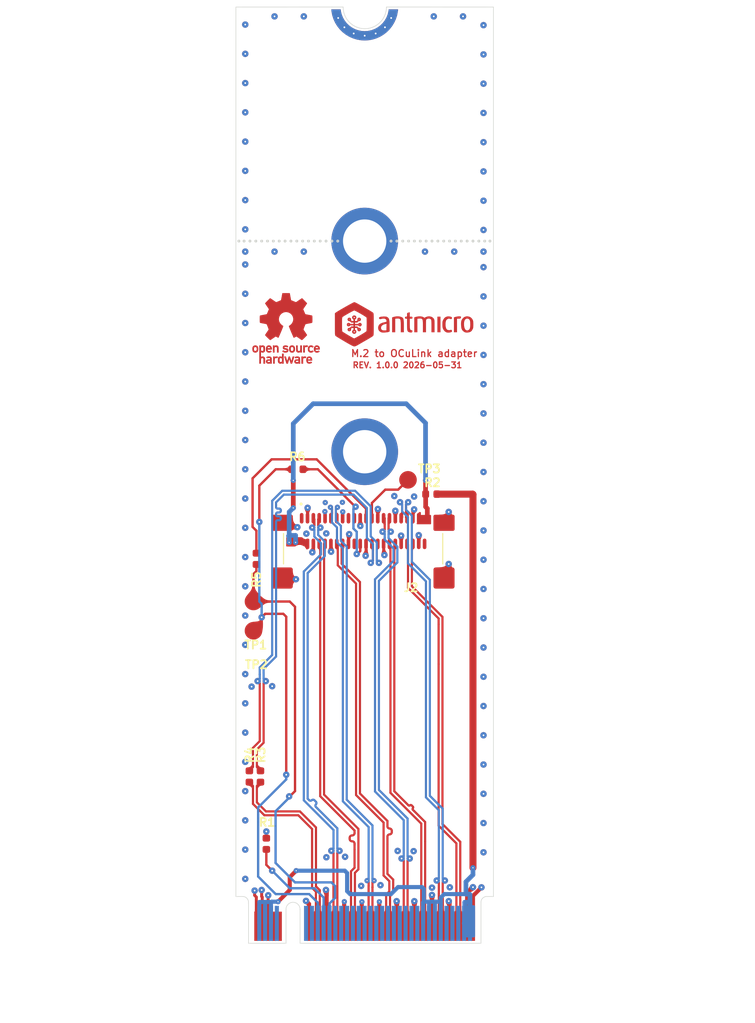
<source format=kicad_pcb>
(kicad_pcb (version 20241229) (generator "pcbnew") (generator_version "9.0")
  (title_block (title " M.2 to OCuLink adapter") (date "2025-07-16") (rev "1.0.0") (company "Antmicro Ltd") (comment 1 "www.antmicro.com"))
  (layers (0 "F.Cu" signal) (4 "In1.Cu" signal) (6 "In2.Cu" signal) (2 "B.Cu" signal) (13 "F.Paste" user) (15 "B.Paste" user) (5 "F.SilkS" user "F.Silkscreen") (7 "B.SilkS" user "B.Silkscreen") (1 "F.Mask" user) (3 "B.Mask" user) (25 "Edge.Cuts" user))
  (net 0 "")
  (net 1 "GND")
  (net 2 "/PCIe_{x4}.TX3+")
  (net 3 "/PCIe_{x4}.TX1+")
  (net 4 "/PCIe_{x4}.RX2+")
  (net 5 "/PCIe_{x4}.TX2+")
  (net 6 "/PCIe_{x4}.RX3-")
  (net 7 "/PCIe_{x4}.RX0-")
  (net 8 "/PCIe_{x4}.TX1-")
  (net 9 "/PCIe_{x4}.RX3+")
  (net 10 "/PCIe_{x4}.TX2-")
  (net 12 "/PCIe_{REF0}_R.CK-")
  (net 13 "/PCIe_{REF0}_R.CK+")
  (net 14 "/PCIe_{x4}.RX2-")
  (net 15 "/PCIe_{x4}.TX0-")
  (net 16 "/PCIe_{x4}.RX1+")
  (net 17 "+3V3")
  (net 21 "/PCIe_{x4}.TX3-")
  (net 23 "/~{PERSTC}")
  (net 24 "/~{WAKEC}")
  (net 25 "/PCIe_{x4}.TX0+")
  (net 26 "Net-(J1-3.3V-Pad12)")
  (net 27 "/PCIe_{x4}.RX0+")
  (net 28 "/PCIe_{x4}.RX1-")
  (net 37 "/PCIe_{REF0}.CK+")
  (net 38 "/~{WAKE}")
  (net 39 "/PCIe_{REF0}.CK-")
  (net 42 "Net-(J1-CLKREQ#)")
  (net 56 "/~{PERST}")
  (net 57 "Net-(J2-~{CPRSNT})")
  (footprint "antmicro-footprints:R_0402_1005Metric" (layer "F.Cu") (at 137.75 122.1 90)
    (property "Reference" "R1")
    (property "Value" "R_0R_0402")
  )
  (footprint "antmicro-footprints:R_0402_1005Metric" (layer "F.Cu") (at 136.9 97.75 -90)
    (property "Reference" "R5")
    (property "Value" "R_0R_0402")
  )
  (footprint "antmicro-footprints:R_0402_1005Metric" (layer "F.Cu") (at 140.4 90.1 180)
    (property "Reference" "R6")
    (property "Value" "R_0R_0402")
  )
  (footprint "antmicro-footprints:TP_SMD_1.5mm" (layer "F.Cu") (at 149.85 91)
    (property "Reference" "TP3")
    (property "Value" "TP_1.5mm_SMD")
  )
  (footprint "DrillHoles:Edge3.7mm" (layer "F.Cu") (at 146.15 50.6)
    (property "Reference" "REF**" (hide yes))
    (property "Value" "Edge3.7mm" (hide yes))
  )
  (footprint "antmicro-footprints:PCB-Edge_M.2_Key-M" (layer "F.Cu") (at 146.3 130.6)
    (property "Reference" "J1" (hide yes))
    (property "Value" "PCB-Edge_M.2_Key-M")
  )
  (footprint "antmicro-footprints:Amphenol_G14A421211112HR" (layer "F.Cu") (at 146.017041 98.587904)
    (property "Reference" "J2")
    (property "Value" "OCuLink_x4_Amphenol_G14A421211112HR")
  )
  (footprint "antmicro-footprints:antmicro-logo_scaled_12mm" (layer "F.Cu") (at 149.49 77.74)
    (property "Reference" "REF**" (hide yes))
    (property "Value" "LOGO" (hide yes))
  )
  (footprint "antmicro-footprints:R_0402_1005Metric" (layer "F.Cu") (at 151.839541 92.222904 180)
    (property "Reference" "R2")
    (property "Value" "R_0R_0402")
  )
  (footprint "antmicro-footprints:OSHW-Logo_5.7x6mm_Mask" (layer "F.Cu") (at 139.43 78.06)
    (property "Reference" "REF**" (hide yes))
    (property "Value" "OSHW-Logo_5.7x6mm_Mask")
  )
  (footprint "antmicro-footprints:R_0402_1005Metric" (layer "F.Cu") (at 137.25 116.35 -90)
    (property "Reference" "R3")
    (property "Value" "R_0R_0402")
  )
  (footprint "antmicro-footprints:TP_SMD_1.5mm" (layer "F.Cu") (at 136.65 101.4 180)
    (property "Reference" "TP1")
    (property "Value" "TP_1.5mm_SMD")
  )
  (footprint "antmicro-footprints:R_0402_1005Metric" (layer "F.Cu") (at 136.3 116.35 -90)
    (property "Reference" "R4")
    (property "Value" "R_0R_0402")
  )
  (footprint "antmicro-footprints:TP_SMD_1.5mm" (layer "F.Cu") (at 136.65 103.9 180)
    (property "Reference" "TP2")
    (property "Value" "TP_1.5mm_SMD")
  )
  (footprint "antmicro-footprints:OSHW-Logo_5.7x6mm_Copper" (layer "F.Cu") (at 139.43 78.06)
    (property "Reference" "REF**" (hide yes))
    (property "Value" "OSHW-Logo_5.7x6mm_Copper")
  )
  (gr_circle (center 156.85 70.6) (end 156.925 70.6) (stroke (width 0.1)) (fill no) (layer "Edge.Cuts"))
  (gr_line (start 140.63 130.6) (end 140.63 127.75) (stroke (width 0.05)) (layer "Edge.Cuts"))
  (gr_circle (center 154.4 70.6) (end 154.475 70.6) (stroke (width 0.1)) (fill no) (layer "Edge.Cuts"))
  (gr_circle (center 151.9 70.6) (end 151.975 70.6) (stroke (width 0.1)) (fill no) (layer "Edge.Cuts"))
  (gr_circle (center 154.9 70.6) (end 154.975 70.6) (stroke (width 0.1)) (fill no) (layer "Edge.Cuts"))
  (gr_line (start 143.35 50.6) (end 144.31 50.6) (stroke (width 0.05)) (layer "Edge.Cuts"))
  (gr_circle (center 150.4 70.6) (end 150.475 70.6) (stroke (width 0.1)) (fill no) (layer "Edge.Cuts"))
  (gr_circle (center 137.350217 70.6) (end 137.275217 70.6) (stroke (width 0.1)) (fill no) (layer "Edge.Cuts"))
  (gr_circle (center 135.850217 70.6) (end 135.775217 70.6) (stroke (width 0.1)) (fill no) (layer "Edge.Cuts"))
  (gr_circle (center 135.400217 70.6) (end 135.325217 70.6) (stroke (width 0.1)) (fill no) (layer "Edge.Cuts"))
  (gr_circle (center 152.9 70.6) (end 152.975 70.6) (stroke (width 0.1)) (fill no) (layer "Edge.Cuts"))
  (gr_circle (center 155.4 70.6) (end 155.475 70.6) (stroke (width 0.1)) (fill no) (layer "Edge.Cuts"))
  (gr_circle (center 136.350217 70.6) (end 136.275217 70.6) (stroke (width 0.1)) (fill no) (layer "Edge.Cuts"))
  (gr_circle (center 155.9 70.6) (end 155.975 70.6) (stroke (width 0.1)) (fill no) (layer "Edge.Cuts"))
  (gr_circle (center 138.350217 70.6) (end 138.275217 70.6) (stroke (width 0.1)) (fill no) (layer "Edge.Cuts"))
  (gr_line (start 139.43 130.6) (end 136.23 130.6) (stroke (width 0.05)) (layer "Edge.Cuts"))
  (gr_line (start 156.08315 130.6) (end 140.63 130.6) (stroke (width 0.05)) (layer "Edge.Cuts"))
  (gr_circle (center 152.4 70.6) (end 152.475 70.6) (stroke (width 0.1)) (fill no) (layer "Edge.Cuts"))
  (gr_line (start 136.226447 127.080403) (end 136.23 127.2) (stroke (width 0.05)) (layer "Edge.Cuts"))
  (gr_line (start 135.15 50.603553) (end 143.35 50.6) (stroke (width 0.05)) (layer "Edge.Cuts"))
  (gr_arc (start 139.43 127.7) (mid 140.03 127.1) (end 140.63 127.7) (stroke (width 0.05)) (layer "Edge.Cuts"))
  (gr_line (start 157.15 50.603553) (end 149.01 50.6) (stroke (width 0.05)) (layer "Edge.Cuts"))
  (gr_arc (start 135.73 126.603553) (mid 136.074182 126.742076) (end 136.226447 127.080403) (stroke (width 0.05)) (layer "Edge.Cuts"))
  (gr_line (start 157.15 50.603553) (end 157.15 126.603553) (stroke (width 0.05)) (layer "Edge.Cuts"))
  (gr_line (start 139.43 127.7) (end 139.43 130.6) (stroke (width 0.05)) (layer "Edge.Cuts"))
  (gr_circle (center 151.4 70.6) (end 151.475 70.6) (stroke (width 0.1)) (fill no) (layer "Edge.Cuts"))
  (gr_line (start 135.15 126.603553) (end 135.15 50.603553) (stroke (width 0.05)) (layer "Edge.Cuts"))
  (gr_circle (center 149.4 70.6) (end 149.475 70.6) (stroke (width 0.1)) (fill no) (layer "Edge.Cuts"))
  (gr_circle (center 137.850217 70.6) (end 137.775217 70.6) (stroke (width 0.1)) (fill no) (layer "Edge.Cuts"))
  (gr_circle (center 148.9 70.600007) (end 148.975 70.600007) (stroke (width 0.1)) (fill no) (layer "Edge.Cuts"))
  (gr_arc (start 156.08315 127.1) (mid 156.221673 126.755818) (end 156.56 126.603553) (stroke (width 0.05)) (layer "Edge.Cuts"))
  (gr_circle (center 156.4 70.6) (end 156.475 70.6) (stroke (width 0.1)) (fill no) (layer "Edge.Cuts"))
  (gr_circle (center 153.9 70.6) (end 153.975 70.6) (stroke (width 0.1)) (fill no) (layer "Edge.Cuts"))
  (gr_circle (center 148.4 70.600007) (end 148.475 70.600007) (stroke (width 0.1)) (fill no) (layer "Edge.Cuts"))
  (gr_circle (center 140.850217 70.6) (end 140.775217 70.6) (stroke (width 0.1)) (fill no) (layer "Edge.Cuts"))
  (gr_line (start 148.01 50.6) (end 149.01 50.6) (stroke (width 0.05)) (layer "Edge.Cuts"))
  (gr_circle (center 149.9 70.6) (end 149.975 70.6) (stroke (width 0.1)) (fill no) (layer "Edge.Cuts"))
  (gr_circle (center 142.350217 70.6) (end 142.275217 70.6) (stroke (width 0.1)) (fill no) (layer "Edge.Cuts"))
  (gr_circle (center 143.850217 70.6) (end 143.775217 70.6) (stroke (width 0.1)) (fill no) (layer "Edge.Cuts"))
  (gr_circle (center 139.350217 70.6) (end 139.275217 70.6) (stroke (width 0.1)) (fill no) (layer "Edge.Cuts"))
  (gr_circle (center 150.9 70.6) (end 150.975 70.6) (stroke (width 0.1)) (fill no) (layer "Edge.Cuts"))
  (gr_circle (center 141.850217 70.6) (end 141.775217 70.6) (stroke (width 0.1)) (fill no) (layer "Edge.Cuts"))
  (gr_line (start 156.08315 127.1) (end 156.08315 130.6) (stroke (width 0.05)) (layer "Edge.Cuts"))
  (gr_line (start 135.73 126.603553) (end 135.15 126.603553) (stroke (width 0.05)) (layer "Edge.Cuts"))
  (gr_circle (center 136.850217 70.6) (end 136.775217 70.6) (stroke (width 0.1)) (fill no) (layer "Edge.Cuts"))
  (gr_circle (center 153.4 70.6) (end 153.475 70.6) (stroke (width 0.1)) (fill no) (layer "Edge.Cuts"))
  (gr_arc (start 148.01 50.599563) (mid 146.160219 52.45) (end 144.31 50.6) (stroke (width 0.05)) (layer "Edge.Cuts"))
  (gr_circle (center 143.350217 70.6) (end 143.275217 70.6) (stroke (width 0.1)) (fill no) (layer "Edge.Cuts"))
  (gr_line (start 136.23 130.6) (end 136.23 127.2) (stroke (width 0.05)) (layer "Edge.Cuts"))
  (gr_circle (center 142.850217 70.6) (end 142.775217 70.6) (stroke (width 0.1)) (fill no) (layer "Edge.Cuts"))
  (gr_circle (center 138.850217 70.6) (end 138.775217 70.6) (stroke (width 0.1)) (fill no) (layer "Edge.Cuts"))
  (gr_line (start 156.56 126.603553) (end 157.15 126.603553) (stroke (width 0.05)) (layer "Edge.Cuts"))
  (gr_line (start 140.63 127.7) (end 140.63 127.75) (stroke (width 0.05)) (layer "Edge.Cuts"))
  (gr_circle (center 140.350217 70.6) (end 140.275217 70.6) (stroke (width 0.1)) (fill no) (layer "Edge.Cuts"))
  (gr_circle (center 141.350217 70.6) (end 141.275217 70.6) (stroke (width 0.1)) (fill no) (layer "Edge.Cuts"))
  (gr_circle (center 139.850217 70.6) (end 139.775217 70.6) (stroke (width 0.1)) (fill no) (layer "Edge.Cuts"))
  (gr_text "${TITLE}" (at 150.15 80.2 0) (layer "F.Cu") (effects (font (size 0.6 0.6) (thickness 0.1))))
  (gr_text "REV. ${REVISION} ${CURRENT_DATE}" (at 149.8 81.2 0) (layer "F.Cu") (effects (font (size 0.5 0.5) (thickness 0.1))))
  (segment (start 143.277041 97.142904) (end 143.277041 96.392904) (width 0.25) (layer "F.Cu") (net 1))
  (segment (start 148.9 127.099998) (end 148.9 129.15) (width 0.35) (layer "F.Cu") (net 1))
  (segment (start 153.327041 93.742904) (end 153.327041 94.272904) (width 0.4) (layer "F.Cu") (net 1))
  (segment (start 151.896167 126.475) (end 151.896167 126.543666) (width 0.35) (layer "F.Cu") (net 1))
  (segment (start 146.23 97.49) (end 146.277041 97.442959) (width 0.25) (layer "F.Cu") (net 1))
  (segment (start 142.777041 93.739078) (end 142.777041 94.202904) (width 0.25) (layer "F.Cu") (net 1))
  (segment (start 154.9 126.310616) (end 155.4 125.810616) (width 0.35) (layer "F.Cu") (net 1))
  (segment (start 142.8425 126.0425) (end 142.9 126.1) (width 0.35) (layer "F.Cu") (net 1))
  (segment (start 145.9 129.15) (end 145.9 127.066898) (width 0.35) (layer "F.Cu") (net 1))
  (segment (start 154.9 129.15) (end 154.9 126.310616) (width 0.35) (layer "F.Cu") (net 1))
  (segment (start 145.9 127.066898) (end 145.912023 127.054875) (width 0.35) (layer "F.Cu") (net 1))
  (segment (start 153.327041 98.192904) (end 153.327041 98.992904) (width 0.4) (layer "F.Cu") (net 1))
  (segment (start 144.277041 93.822959) (end 144.277041 94.202904) (width 0.25) (layer "F.Cu") (net 1))
  (segment (start 150.76704 95.877237) (end 150.777041 95.887238) (width 0.25) (layer "F.Cu") (net 1))
  (segment (start 151.896167 126.543666) (end 151.9 126.547499) (width 0.35) (layer "F.Cu") (net 1))
  (segment (start 148.777041 93.653879) (end 148.777041 94.202904) (width 0.25) (layer "F.Cu") (net 1))
  (segment (start 151.9 126.547499) (end 151.9 129.15) (width 0.35) (layer "F.Cu") (net 1))
  (segment (start 148.879965 127.004483) (end 148.93 127.054518) (width 0.35) (layer "F.Cu") (net 1))
  (segment (start 144.4 127.058449) (end 144.412023 127.046426) (width 0.35) (layer "F.Cu") (net 1))
  (segment (start 136.75 126.507136) (end 136.895243 126.652379) (width 0.25) (layer "F.Cu") (net 1))
  (segment (start 153.35 127.038482) (end 153.4 127.088482) (width 0.35) (layer "F.Cu") (net 1))
  (segment (start 147.777041 97.3725) (end 147.777041 96.392904) (width 0.25) (layer "F.Cu") (net 1))
  (segment (start 141.777041 96.992904) (end 141.777041 96.392904) (width 0.25) (layer "F.Cu") (net 1))
  (segment (start 144.4 129.141551) (end 144.4 127.058449) (width 0.35) (layer "F.Cu") (net 1))
  (segment (start 153.35 127.015014) (end 153.35 127.038482) (width 0.35) (layer "F.Cu") (net 1))
  (segment (start 144.827041 95.642904) (end 144.827041 95.750404) (width 0.25) (layer "F.Cu") (net 1))
  (segment (start 146.277041 97.442959) (end 146.277041 96.392904) (width 0.25) (layer "F.Cu") (net 1))
  (segment (start 150.390512 127.006219) (end 150.390512 127.046681) (width 0.35) (layer "F.Cu") (net 1))
  (segment (start 150.4 127.056169) (end 150.4 129.15) (width 0.35) (layer "F.Cu") (net 1))
  (segment (start 147.277041 94.202904) (end 147.277041 93.492904) (width 0.25) (layer "F.Cu") (net 1))
  (segment (start 141.4 127.243285) (end 141.138396 126.981681) (width 0.35) (layer "F.Cu") (net 1))
  (segment (start 137.4 129.147621) (end 137.4 126.65) (width 0.25) (layer "F.Cu") (net 1))
  (segment (start 149.277041 95.730608) (end 149.277041 96.392904) (width 0.25) (layer "F.Cu") (net 1))
  (segment (start 153.334595 126.999609) (end 153.35 127.015014) (width 0.35) (layer "F.Cu") (net 1))
  (segment (start 144.777041 95.800404) (end 144.777041 96.392904) (width 0.25) (layer "F.Cu") (net 1))
  (segment (start 155.4 126.55) (end 155.4 129.15) (width 0.35) (layer "F.Cu") (net 1))
  (segment (start 136.75 126.1) (end 136.75 126.507136) (width 0.25) (layer "F.Cu") (net 1))
  (segment (start 150.390512 127.046681) (end 150.4 127.056169) (width 0.35) (layer "F.Cu") (net 1))
  (segment (start 156.125 125.825) (end 155.4 126.55) (width 0.35) (layer "F.Cu") (net 1))
  (segment (start 148.93 127.054518) (end 148.93 127.069998) (width 0.35) (layer "F.Cu") (net 1))
  (segment (start 148.768843 93.645681) (end 148.777041 93.653879) (width 0.25) (layer "F.Cu") (net 1))
  (segment (start 140.277041 99.492904) (end 139.207041 99.492904) (width 0.4) (layer "F.Cu") (net 1))
  (segment (start 141.677041 97.192904) (end 141.677041 97.092904) (width 0.25) (layer "F.Cu") (net 1))
  (segment (start 149.329549 95.6781) (end 149.277041 95.730608) (width 0.25) (layer "F.Cu") (net 1))
  (segment (start 137.4 126.65) (end 137.35 126.6) (width 0.25) (layer "F.Cu") (net 1))
  (segment (start 150.293649 93.526296) (end 150.277041 93.542904) (width 0.25) (layer "F.Cu") (net 1))
  (segment (start 147.4 129.15) (end 147.4 127.061326) (width 0.35) (layer "F.Cu") (net 1))
  (segment (start 137.9 126.65) (end 137.9 129.147621) (width 0.25) (layer "F.Cu") (net 1))
  (segment (start 137.75 121.62) (end 137.75 121.05) (width 0.2) (layer "F.Cu") (net 1))
  (segment (start 136.895243 126.652379) (end 136.895243 129.15) (width 0.25) (layer "F.Cu") (net 1))
  (segment (start 147.4 127.061326) (end 147.405237 127.056089) (width 0.35) (layer "F.Cu") (net 1))
  (segment (start 137.35 126.6) (end 137.35 126.05) (width 0.25) (layer "F.Cu") (net 1))
  (segment (start 148.93 127.069998) (end 148.9 127.099998) (width 0.35) (layer "F.Cu") (net 1))
  (segment (start 150.777041 95.887238) (end 150.777041 96.392904) (width 0.25) (layer "F.Cu") (net 1))
  (segment (start 150.76704 95.73) (end 150.76704 95.877237) (width 0.25) (layer "F.Cu") (net 1))
  (segment (start 141.277041 94.202904) (end 141.277041 93.392904) (width 0.25) (layer "F.Cu") (net 1))
  (segment (start 140.4 95.05) (end 139.75 95.05) (width 0.4) (layer "F.Cu") (net 1))
  (segment (start 142.750936 93.712973) (end 142.777041 93.739078) (width 0.25) (layer "F.Cu") (net 1))
  (segment (start 145.777042 94.942904) (end 145.777041 94.942903) (width 0.25) (layer "F.Cu") (net 1))
  (segment (start 145.777041 94.942903) (end 145.777041 94.202904) (width 0.25) (layer "F.Cu") (net 1))
  (segment (start 153.4 127.088482) (end 153.4 129.15) (width 0.35) (layer "F.Cu") (net 1))
  (segment (start 150.277041 93.542904) (end 150.277041 94.202904) (width 0.25) (layer "F.Cu") (net 1))
  (segment (start 144.278134 93.736639) (end 144.278134 93.821866) (width 0.25) (layer "F.Cu") (net 1))
  (segment (start 141.4 129.15) (end 141.4 127.243285) (width 0.35) (layer "F.Cu") (net 1))
  (segment (start 144.827041 95.750404) (end 144.777041 95.800404) (width 0.25) (layer "F.Cu") (net 1))
  (segment (start 148.768541 93.645681) (end 148.768843 93.645681) (width 0.25) (layer "F.Cu") (net 1))
  (segment (start 141.677041 97.092904) (end 141.777041 96.992904) (width 0.25) (layer "F.Cu") (net 1))
  (segment (start 142.9 126.1) (end 142.9 129.15) (width 0.35) (layer "F.Cu") (net 1))
  (segment (start 144.278134 93.821866) (end 144.277041 93.822959) (width 0.25) (layer "F.Cu") (net 1))
  (segment (start 150.375643 93.526296) (end 150.293649 93.526296) (width 0.25) (layer "F.Cu") (net 1))
  (segment (start 147.834541 97.43) (end 147.777041 97.3725) (width 0.25) (layer "F.Cu") (net 1))
  (via (at 156.3 54.65) (size 0.55) (drill 0.15) (layers "F.Cu" "B.Cu") (net 1))
  (via (at 143.277041 97.142904) (size 0.55) (drill 0.15) (layers "F.Cu" "B.Cu") (net 1))
  (via (at 156.3 115.329343) (size 0.55) (drill 0.15) (layers "F.Cu" "B.Cu") (net 1))
  (via (at 153.327041 98.192904) (size 0.55) (drill 0.15) (layers "F.Cu" "B.Cu") (net 1))
  (via (at 153.42 125.82) (size 0.55) (drill 0.15) (layers "F.Cu" "B.Cu") (net 1))
  (via (at 153.8 71.5) (size 0.55) (drill 0.15) (layers "F.Cu" "B.Cu") (net 1))
  (via (at 148.768541 93.645681) (size 0.55) (drill 0.15) (layers "F.Cu" "B.Cu") (net 1))
  (via (at 156.3 72.829343) (size 0.55) (drill 0.15) (layers "F.Cu" "B.Cu") (net 1))
  (via (at 156.3 85.329343) (size 0.55) (drill 0.15) (layers "F.Cu" "B.Cu") (net 1))
  (via (at 149.26 95.77) (size 0.55) (drill 0.15) (layers "F.Cu" "B.Cu") (net 1))
  (via (at 142.781878 92.944533) (size 0.45) (drill 0.1) (layers "F.Cu" "B.Cu") (net 1))
  (via (at 156.3 69.65) (size 0.55) (drill 0.15) (layers "F.Cu" "B.Cu") (net 1))
  (via (at 156.3 95.329343) (size 0.55) (drill 0.15) (layers "F.Cu" "B.Cu") (net 1))
  (via (at 147.5 125.635458) (size 0.55) (drill 0.15) (layers "F.Cu" "B.Cu") (net 1))
  (via (at 155.4 125.810616) (size 0.55) (drill 0.15) (layers "F.Cu" "B.Cu") (net 1))
  (via (at 135.95 71.5) (size 0.55) (drill 0.15) (layers "F.Cu" "B.Cu") (net 1))
  (via (at 135.95 92.6) (size 0.55) (drill 0.15) (layers "F.Cu" "B.Cu") (net 1))
  (via (at 136.75 126.1) (size 0.55) (drill 0.15) (layers "F.Cu" "B.Cu") (net 1))
  (via (at 156.3 64.65) (size 0.55) (drill 0.15) (layers "F.Cu" "B.Cu") (net 1))
  (via (at 135.95 117.6) (size 0.55) (drill 0.15) (layers "F.Cu" "B.Cu") (net 1))
  (via (at 156.3 80.329343) (size 0.55) (drill 0.15) (layers "F.Cu" "B.Cu") (net 1))
  (via (at 138.45 51.4) (size 0.55) (drill 0.15) (layers "F.Cu" "B.Cu") (net 1))
  (via (at 135.95 115.1) (size 0.55) (drill 0.15) (layers "F.Cu" "B.Cu") (net 1))
  (via (at 135.95 67.1) (size 0.55) (drill 0.15) (layers "F.Cu" "B.Cu") (net 1))
  (via (at 137.908768 126.501232) (size 0.55) (drill 0.15) (layers "F.Cu" "B.Cu") (net 1))
  (via (at 140.95 51.4) (size 0.55) (drill 0.15) (layers "F.Cu" "B.Cu") (net 1))
  (via (at 142.87 95.58) (size 0.55) (drill 0.15) (layers "F.Cu" "B.Cu") (net 1))
  (via (at 147.277041 93.492904) (size 0.55) (drill 0.15) (layers "F.Cu" "B.Cu") (net 1))
  (via (at 150.375643 93.526296) (size 0.55) (drill 0.15) (layers "F.Cu" "B.Cu") (net 1))
  (via (at 147.834541 97.43) (size 0.55) (drill 0.15) (layers "F.Cu" "B.Cu") (net 1))
  (via (at 145.85 125.7) (size 0.55) (drill 0.15) (layers "F.Cu" "B.Cu") (net 1))
  (via (at 156.3 112.829343) (size 0.55) (drill 0.15) (layers "F.Cu" "B.Cu") (net 1))
  (via (at 156.3 90.329343) (size 0.55) (drill 0.15) (layers "F.Cu" "B.Cu") (net 1))
  (via (at 156.3 52.15) (size 0.55) (drill 0.15) (layers "F.Cu" "B.Cu") (net 1))
  (via (at 150.372386 92.430062) (size 0.55) (drill 0.15) (layers "F.Cu" "B.Cu") (net 1))
  (via (at 135.95 54.6) (size 0.55) (drill 0.15) (layers "F.Cu" "B.Cu") (net 1))
  (via (at 135.95 122.6) (size 0.55) (drill 0.15) (layers "F.Cu" "B.Cu") (net 1))
  (via (at 135.95 102.6) (size 0.55) (drill 0.15) (layers "F.Cu" "B.Cu") (net 1))
  (via (at 146.15 88.6) (size 5.7) (drill 3.7) (layers "F.Cu" "B.Cu") (net 1))
  (via (at 150.332501 122.72912) (size 0.55) (drill 0.15) (layers "F.Cu" "B.Cu") (net 1))
  (via (at 156.3 62.15) (size 0.55) (drill 0.15) (layers "F.Cu" "B.Cu") (net 1))
  (via (at 138.248124 108.635389) (size 0.55) (drill 0.15) (layers "F.Cu" "B.Cu") (net 1))
  (via (at 135.95 72.6) (size 0.55) (drill 0.15) (layers "F.Cu" "B.Cu") (net 1))
  (via (at 144.47554 123.213678) (size 0.55) (drill 0.15) (layers "F.Cu" "B.Cu") (net 1))
  (via (at 135.95 107.6) (size 0.55) (drill 0.15) (layers "F.Cu" "B.Cu") (net 1))
  (via (at 135.95 125.1) (size 0.55) (drill 0.15) (layers "F.Cu" "B.Cu") (net 1))
  (via (at 156.3 75.329343) (size 0.55) (drill 0.15) (layers "F.Cu" "B.Cu") (net 1))
  (via (at 135.95 95.1) (size 0.55) (drill 0.15) (layers "F.Cu" "B.Cu") (net 1))
  (via (at 135.95 97.6) (size 0.55) (drill 0.15) (layers "F.Cu" "B.Cu") (net 1))
  (via (at 135.95 64.6) (size 0.55) (drill 0.15) (layers "F.Cu" "B.Cu") (net 1))
  (via (at 135.95 57.1) (size 0.55) (drill 0.15) (layers "F.Cu" "B.Cu") (net 1))
  (via (at 150.390512 127.006219) (size 0.55) (drill 0.15) (layers "F.Cu" "B.Cu") (net 1))
  (via (at 156.3 120.329343) (size 0.55) (drill 0.15) (layers "F.Cu" "B.Cu") (net 1))
  (via (at 136.490158 108.674279) (size 0.55) (drill 0.15) (layers "F.Cu" "B.Cu") (net 1))
  (via (at 156.3 92.829343) (size 0.55) (drill 0.15) (layers "F.Cu" "B.Cu") (net 1))
  (via (at 137.75 121.05) (size 0.55) (drill 0.15) (layers "F.Cu" "B.Cu") (net 1))
  (via (at 135.95 59.6) (size 0.55) (drill 0.15) (layers "F.Cu" "B.Cu") (net 1))
  (via (at 156.3 117.829343) (size 0.55) (drill 0.15) (layers "F.Cu" "B.Cu") (net 1))
  (via (at 135.95 90.1) (size 0.55) (drill 0.15) (layers "F.Cu" "B.Cu") (net 1))
  (via (at 151.9 125.85) (size 0.55) (drill 0.15) (layers "F.Cu" "B.Cu") (net 1))
  (via (at 148.879965 127.004483) (size 0.55) (drill 0.15) (layers "F.Cu" "B.Cu") (net 1))
  (via (at 142.879111 123.255537) (size 0.55) (drill 0.15) (layers "F.Cu" "B.Cu") (net 1))
  (via (at 135.95 80.1) (size 0.55) (drill 0.15) (layers "F.Cu" "B.Cu") (net 1))
  (via (at 156.3 71.5) (size 0.55) (drill 0.15) (layers "F.Cu" "B.Cu") (net 1))
  (via (at 144.278134 93.736639) (size 0.45) (drill 0.1) (layers "F.Cu" "B.Cu") (net 1))
  (via (at 141.138396 126.981681) (size 0.55) (drill 0.15) (layers "F.Cu" "B.Cu") (net 1))
  (via (at 156.3 122.829343) (size 0.55) (drill 0.15) (layers "F.Cu" "B.Cu") (net 1))
  (via (at 154.55 51.4) (size 0.55) (drill 0.15) (layers "F.Cu" "B.Cu") (net 1))
  (via (at 145.777042 94.942904) (size 0.55) (drill 0.15) (layers "F.Cu" "B.Cu") (net 1))
  (via (at 141.677041 97.192904) (size 0.55) (drill 0.15) (layers "F.Cu" "B.Cu") (net 1))
  (via (at 156.3 67.15) (size 0.55) (drill 0.15) (layers "F.Cu" "B.Cu") (net 1))
  (via (at 156.3 77.829343) (size 0.55) (drill 0.15) (layers "F.Cu" "B.Cu") (net 1))
  (via (at 135.95 52.1) (size 0.55) (drill 0.15) (layers "F.Cu" "B.Cu") (net 1))
  (via (at 156.3 59.65) (size 0.55) (drill 0.15) (layers "F.Cu" "B.Cu") (net 1))
  (via (at 135.95 120.1) (size 0.55) (drill 0.15) (layers "F.Cu" "B.Cu") (net 1))
  (via (at 135.95 87.6) (size 0.55) (drill 0.15) (layers "F.Cu" "B.Cu") (net 1))
  (via (at 145.912023 127.054875) (size 0.45) (drill 0.1) (layers "F.Cu" "B.Cu") (net 1))
  (via (at 156.3 87.829343) (size 0.55) (drill 0.15) (layers "F.Cu" "B.Cu") (net 1))
  (via (at 153.327041 93.742904) (size 0.55) (drill 0.15) (layers "F.Cu" "B.Cu") (net 1))
  (via (at 156.3 100.329343) (size 0.55) (drill 0.15) (layers "F.Cu" "B.Cu") (net 1))
  (via (at 156.125 125.825) (size 0.55) (drill 0.15) (layers "F.Cu" "B.Cu") (net 1))
  (via (at 156.3 110.329343) (size 0.55) (drill 0.15) (layers "F.Cu" "B.Cu") (net 1))
  (via (at 140.277041 99.492904) (size 0.55) (drill 0.15) (layers "F.Cu" "B.Cu") (net 1))
  (via (at 156.3 107.829343) (size 0.55) (drill 0.15) (layers "F.Cu" "B.Cu") (net 1))
  (via (at 144.827041 95.642904) (size 0.55) (drill 0.15) (layers "F.Cu" "B.Cu") (net 1))
  (via (at 135.95 100.1) (size 0.55) (drill 0.15) (layers "F.Cu" "B.Cu") (net 1))
  (via (at 152.05 51.4) (size 0.55) (drill 0.15) (layers "F.Cu" "B.Cu") (net 1))
  (via (at 146.15 70.6) (size 5.7) (drill 3.7) (layers "F.Cu" "B.Cu") (net 1))
  (via (at 144.412023 127.046426) (size 0.45) (drill 0.1) (layers "F.Cu" "B.Cu") (net 1))
  (via (at 151.896167 126.475) (size 0.55) (drill 0.15) (layers "F.Cu" "B.Cu") (net 1))
  (via (at 135.95 62.1) (size 0.55) (drill 0.15) (layers "F.Cu" "B.Cu") (net 1))
  (via (at 135.95 85.1) (size 0.55) (drill 0.15) (layers "F.Cu" "B.Cu") (net 1))
  (via (at 150.76704 95.73) (size 0.55) (drill 0.15) (layers "F.Cu" "B.Cu") (net 1))
  (via (at 148.9665 122.711362) (size 0.55) (drill 0.15) (layers "F.Cu" "B.Cu") (net 1))
  (via (at 140.4 95.05) (size 0.55) (drill 0.15) (layers "F.Cu" "B.Cu") (net 1))
  (via (at 142.750936 93.712973) (size 0.45) (drill 0.1) (layers "F.Cu" "B.Cu") (net 1))
  (via (at 151.3 71.5) (size 0.55) (drill 0.15) (layers "F.Cu" "B.Cu") (net 1))
  (via (at 153.334595 126.999609) (size 0.55) (drill 0.15) (layers "F.Cu" "B.Cu") (net 1))
  (via (at 146.23 97.49) (size 0.55) (drill 0.15) (layers "F.Cu" "B.Cu") (net 1))
  (via (at 135.95 82.6) (size 0.55) (drill 0.15) (layers "F.Cu" "B.Cu") (net 1))
  (via (at 144.246952 92.924087) (size 0.45) (drill 0.1) (layers "F.Cu" "B.Cu") (net 1))
  (via (at 135.95 77.6) (size 0.55) (drill 0.15) (layers "F.Cu" "B.Cu") (net 1))
  (via (at 140.95 71.5) (size 0.55) (drill 0.15) (layers "F.Cu" "B.Cu") (net 1))
  (via (at 141.17 95.6) (size 0.55) (drill 0.15) (layers "F.Cu" "B.Cu") (net 1))
  (via (at 137.35 126.05) (size 0.55) (drill 0.15) (layers "F.Cu" "B.Cu") (net 1))
  (via (at 138.45 71.5) (size 0.55) (drill 0.15) (layers "F.Cu" "B.Cu") (net 1))
  (via (at 135.95 110.1) (size 0.55) (drill 0.15) (layers "F.Cu" "B.Cu") (net 1))
  (via (at 135.95 69.6) (size 0.55) (drill 0.15) (layers "F.Cu" "B.Cu") (net 1))
  (via (at 135.95 112.6) (size 0.55) (drill 0.15) (layers "F.Cu" "B.Cu") (net 1))
  (via (at 148.68 92.39) (size 0.55) (drill 0.15) (layers "F.Cu" "B.Cu") (net 1))
  (via (at 156.3 82.829343) (size 0.55) (drill 0.15) (layers "F.Cu" "B.Cu") (net 1))
  (via (at 135.95 75.1) (size 0.55) (drill 0.15) (layers "F.Cu" "B.Cu") (net 1))
  (via (at 142.8425 126.0425) (size 0.55) (drill 0.15) (layers "F.Cu" "B.Cu") (net 1))
  (via (at 135.95 105.1) (size 0.55) (drill 0.15) (layers "F.Cu" "B.Cu") (net 1))
  (via (at 156.3 97.829343) (size 0.55) (drill 0.15) (layers "F.Cu" "B.Cu") (net 1))
  (via (at 156.3 102.829343) (size 0.55) (drill 0.15) (layers "F.Cu" "B.Cu") (net 1))
  (via (at 156.3 105.329343) (size 0.55) (drill 0.15) (layers "F.Cu" "B.Cu") (net 1))
  (via (at 141.277041 93.392904) (size 0.55) (drill 0.15) (layers "F.Cu" "B.Cu") (net 1))
  (via (at 147.405237 127.056089) (size 0.45) (drill 0.1) (layers "F.Cu" "B.Cu") (net 1))
  (via (at 156.3 57.15) (size 0.55) (drill 0.15) (layers "F.Cu" "B.Cu") (net 1))
  (segment (start 152.484999 126.382498) (end 152.484999 125.422499) (width 0.185) (layer "F.Cu") (net 2))
  (segment (start 152.484999 125.422499) (end 152.3025 125.24) (width 0.185) (layer "F.Cu") (net 2))
  (segment (start 149.35204 93.094326) (end 149.169541 92.911827) (width 0.185) (layer "F.Cu") (net 2))
  (segment (start 149.267041 94.282904) (end 149.35204 94.197905) (width 0.185) (layer "F.Cu") (net 2))
  (segment (start 149.35204 94.197905) (end 149.35204 93.094326) (width 0.185) (layer "F.Cu") (net 2))
  (segment (start 152.485002 129.065) (end 152.4 129.15) (width 0.185) (layer "F.Cu") (net 2))
  (segment (start 152.484999 126.382498) (end 152.485002 129.065) (width 0.185) (layer "F.Cu") (net 2))
  (via (at 149.169541 92.911827) (size 0.55) (drill 0.15) (layers "F.Cu" "B.Cu") (net 2))
  (via (at 152.3025 125.24) (size 0.55) (drill 0.15) (layers "F.Cu" "B.Cu") (net 2))
  (segment (start 149.35204 93.701259) (end 149.35204 93.094326) (width 0.185) (layer "B.Cu") (net 2))
  (segment (start 149.847061 98.13874) (end 149.847043 94.196249) (width 0.185) (layer "B.Cu") (net 2))
  (segment (start 152.485 119.235001) (end 151.384993 118.135002) (width 0.185) (layer "B.Cu") (net 2))
  (segment (start 149.35204 93.094326) (end 149.169541 92.911827) (width 0.185) (layer "B.Cu") (net 2))
  (segment (start 149.847043 94.196249) (end 149.35204 93.701259) (width 0.185) (layer "B.Cu") (net 2))
  (segment (start 152.3025 125.24) (end 152.485 125.0575) (width 0.185) (layer "B.Cu") (net 2))
  (segment (start 151.384985 99.676715) (end 149.847061 98.13874) (width 0.185) (layer "B.Cu") (net 2))
  (segment (start 151.384993 118.135002) (end 151.384985 99.676715) (width 0.185) (layer "B.Cu") (net 2))
  (segment (start 152.485 125.0575) (end 152.485 119.235001) (width 0.185) (layer "B.Cu") (net 2))
  (segment (start 143.359666 93.890279) (end 143.267041 93.982904) (width 0.185) (layer "F.Cu") (net 3))
  (segment (start 143.359666 93.485517) (end 143.359666 93.890279) (width 0.185) (layer "F.Cu") (net 3))
  (segment (start 146.4 128.075) (end 146.485 127.99) (width 0.185) (layer "F.Cu") (net 3))
  (segment (start 146.4 129.15) (end 146.484999 129.065001) (width 0.185) (layer "F.Cu") (net 3))
  (segment (start 146.485 127.99) (end 146.485 125.693491) (width 0.185) (layer "F.Cu") (net 3))
  (segment (start 146.487499 125.382499) (end 146.355 125.25) (width 0.185) (layer "F.Cu") (net 3))
  (segment (start 143.227166 93.353017) (end 143.359666 93.485517) (width 0.185) (layer "F.Cu") (net 3))
  (segment (start 146.487499 125.690992) (end 146.487499 125.382499) (width 0.185) (layer "F.Cu") (net 3))
  (segment (start 146.485 125.693491) (end 146.487499 125.690992) (width 0.185) (layer "F.Cu") (net 3))
  (via (at 146.355 125.25) (size 0.45) (drill 0.1) (layers "F.Cu" "B.Cu") (net 3))
  (via (at 143.226619 93.347284) (size 0.45) (drill 0.1) (layers "F.Cu" "B.Cu") (net 3))
  (segment (start 143.35812 93.478785) (end 143.226619 93.347284) (width 0.185) (layer "B.Cu") (net 3))
  (segment (start 143.785 96.344832) (end 143.785 95.068346) (width 0.185) (layer "B.Cu") (net 3))
  (segment (start 143.785 95.068346) (end 143.35812 94.641467) (width 0.185) (layer "B.Cu") (net 3))
  (segment (start 146.4875 120.670846) (end 144.285 118.468346) (width 0.185) (layer "B.Cu") (net 3))
  (segment (start 143.35812 94.641467) (end 143.35812 93.478785) (width 0.185) (layer "B.Cu") (net 3))
  (segment (start 144.285 96.844832) (end 143.785 96.344832) (width 0.185) (layer "B.Cu") (net 3))
  (segment (start 146.355 125.25) (end 146.4875 125.1175) (width 0.185) (layer "B.Cu") (net 3))
  (segment (start 146.4875 125.1175) (end 146.4875 120.670846) (width 0.185) (layer "B.Cu") (net 3))
  (segment (start 144.285 118.468346) (end 144.285 96.844832) (width 0.185) (layer "B.Cu") (net 3))
  (segment (start 150.985 128.010088) (end 150.985 120.378346) (width 0.185) (layer "F.Cu") (net 4))
  (segment (start 150.985 120.378346) (end 148.352041 117.745387) (width 0.185) (layer "F.Cu") (net 4))
  (segment (start 148.352041 117.745387) (end 148.352041 96.557904) (width 0.185) (layer "F.Cu") (net 4))
  (segment (start 150.9845 128.852604) (end 150.986498 128.854605) (width 0.185) (layer "F.Cu") (net 4))
  (segment (start 150.9845 128.852604) (end 150.982491 128.850608) (width 0.185) (layer "F.Cu") (net 4))
  (segment (start 150.986485 129.063493) (end 150.9 129.15) (width 0.185) (layer "F.Cu") (net 4))
  (segment (start 150.9865 128.857432) (end 150.986485 129.063493) (width 0.185) (layer "F.Cu") (net 4))
  (segment (start 150.9865 128.857432) (end 150.986498 128.854605) (width 0.185) (layer "F.Cu") (net 4))
  (segment (start 147.678612 95.431125) (end 147.860112 95.249625) (width 0.185) (layer "F.Cu") (net 5))
  (segment (start 149.484999 123.542499) (end 149.485 127.99) (width 0.185) (layer "F.Cu") (net 5))
  (segment (start 149.485002 129.065) (end 149.4 129.15) (width 0.185) (layer "F.Cu") (net 5))
  (segment (start 149.4 128.075) (end 149.485 127.99) (width 0.185) (layer "F.Cu") (net 5))
  (segment (start 147.860112 94.282904) (end 147.767041 94.282904) (width 0.185) (layer "F.Cu") (net 5))
  (segment (start 147.860112 95.249625) (end 147.860112 94.282904) (width 0.185) (layer "F.Cu") (net 5))
  (segment (start 149.484999 123.542499) (end 149.3025 123.36) (width 0.185) (layer "F.Cu") (net 5))
  (via (at 147.678612 95.431125) (size 0.55) (drill 0.15) (layers "F.Cu" "B.Cu") (net 5))
  (via (at 149.3025 123.36) (size 0.55) (drill 0.15) (layers "F.Cu" "B.Cu") (net 5))
  (segment (start 149.484 122.446679) (end 149.484 120.083987) (width 0.185) (layer "B.Cu") (net 5))
  (segment (start 149.484001 122.44668) (end 149.484 122.446679) (width 0.185) (layer "B.Cu") (net 5))
  (segment (start 147.03355 117.633537) (end 147.033542 99.501647) (width 0.185) (layer "B.Cu") (net 5))
  (segment (start 148.611039 96.861663) (end 148.569387 96.820013) (width 0.185) (layer "B.Cu") (net 5))
  (segment (start 149.484 123.1785) (end 149.484001 122.44668) (width 0.185) (layer "B.Cu") (net 5))
  (segment (start 147.861064 96.111656) (end 147.861057 96.111649) (width 0.185) (layer "B.Cu") (net 5))
  (segment (start 149.3025 123.36) (end 149.484 123.1785) (width 0.185) (layer "B.Cu") (net 5))
  (segment (start 147.861111 95.959128) (end 147.861111 95.613624) (width 0.185) (layer "B.Cu") (net 5))
  (segment (start 148.569387 96.820013) (end 148.569387 96.820005) (width 0.185) (layer "B.Cu") (net 5))
  (segment (start 148.611039 97.924146) (end 148.611039 96.861663) (width 0.185) (layer "B.Cu") (net 5))
  (segment (start 147.861057 96.111649) (end 147.86106 95.959179) (width 0.185) (layer "B.Cu") (net 5))
  (segment (start 147.963011 96.213606) (end 147.861064 96.111665) (width 0.185) (layer "B.Cu") (net 5))
  (segment (start 147.861111 95.613624) (end 147.678612 95.431125) (width 0.185) (layer "B.Cu") (net 5))
  (segment (start 147.033542 99.501647) (end 148.611039 97.924146) (width 0.185) (layer "B.Cu") (net 5))
  (segment (start 147.861064 96.111665) (end 147.861064 96.111656) (width 0.185) (layer "B.Cu") (net 5))
  (segment (start 148.569387 96.820005) (end 147.963011 96.213606) (width 0.185) (layer "B.Cu") (net 5))
  (segment (start 147.86106 95.959179) (end 147.861111 95.959128) (width 0.185) (layer "B.Cu") (net 5))
  (segment (start 149.484 120.083987) (end 147.03355 117.633537) (width 0.185) (layer "B.Cu") (net 5))
  (segment (start 150.267041 96.472904) (end 150.182041 96.557904) (width 0.185) (layer "F.Cu") (net 6))
  (segment (start 154.315 129.15) (end 154.4 129.15) (width 0.185) (layer "F.Cu") (net 6))
  (segment (start 150.182041 96.557904) (end 150.182041 100.098695) (width 0.185) (layer "F.Cu") (net 6))
  (segment (start 154.315 121.931654) (end 154.315 129.15) (width 0.185) (layer "F.Cu") (net 6))
  (segment (start 152.795 102.711654) (end 152.795 120.411654) (width 0.185) (layer "F.Cu") (net 6))
  (segment (start 152.795 120.411654) (end 154.315 121.931654) (width 0.185) (layer "F.Cu") (net 6))
  (segment (start 154.315 127.99) (end 154.4 128.075) (width 0.185) (layer "F.Cu") (net 6))
  (segment (start 150.182041 100.098695) (end 152.795 102.711654) (width 0.185) (layer "F.Cu") (net 6))
  (segment (start 145.615 120.831654) (end 145.615 124.285) (width 0.185) (layer "F.Cu") (net 7))
  (segment (start 142.682041 96.472904) (end 142.682041 117.898695) (width 0.185) (layer "F.Cu") (net 7))
  (segment (start 145.315 129.065) (end 145.4 129.15) (width 0.185) (layer "F.Cu") (net 7))
  (segment (start 142.682041 117.898695) (end 145.615 120.831654) (width 0.185) (layer "F.Cu") (net 7))
  (segment (start 142.767041 96.472904) (end 142.682041 96.472904) (width 0.185) (layer "F.Cu") (net 7))
  (segment (start 145.615 124.285) (end 145.315 124.585) (width 0.185) (layer "F.Cu") (net 7))
  (segment (start 145.315 124.585) (end 145.315 129.065) (width 0.185) (layer "F.Cu") (net 7))
  (segment (start 146.817501 125.817274) (end 146.817501 125.382499) (width 0.185) (layer "F.Cu") (net 8))
  (segment (start 146.9 129.15) (end 146.815001 129.065001) (width 0.185) (layer "F.Cu") (net 8))
  (segment (start 143.822166 93.353017) (end 143.689666 93.485517) (width 0.185) (layer "F.Cu") (net 8))
  (segment (start 146.9 128.075) (end 146.815 127.99) (width 0.185) (layer "F.Cu") (net 8))
  (segment (start 146.815 127.99) (end 146.815 125.819775) (width 0.185) (layer "F.Cu") (net 8))
  (segment (start 146.815 125.819775) (end 146.817501 125.817274) (width 0.185) (layer "F.Cu") (net 8))
  (segment (start 146.817501 125.382499) (end 146.95 125.25) (width 0.185) (layer "F.Cu") (net 8))
  (segment (start 143.689666 93.905529) (end 143.767041 93.982904) (width 0.185) (layer "F.Cu") (net 8))
  (segment (start 143.689666 93.485517) (end 143.689666 93.905529) (width 0.185) (layer "F.Cu") (net 8))
  (via (at 146.95 125.25) (size 0.45) (drill 0.1) (layers "F.Cu" "B.Cu") (net 8))
  (via (at 143.821619 93.347284) (size 0.45) (drill 0.1) (layers "F.Cu" "B.Cu") (net 8))
  (segment (start 144.116 96.207728) (end 144.116 94.931242) (width 0.185) (layer "B.Cu") (net 8))
  (segment (start 146.8175 125.1175) (end 146.8175 120.534154) (width 0.185) (layer "B.Cu") (net 8))
  (segment (start 144.616 118.332654) (end 144.616 96.707728) (width 0.185) (layer "B.Cu") (net 8))
  (segment (start 143.68912 94.504362) (end 143.68912 93.479783) (width 0.185) (layer "B.Cu") (net 8))
  (segment (start 146.95 125.25) (end 146.8175 125.1175) (width 0.185) (layer "B.Cu") (net 8))
  (segment (start 146.8175 120.534154) (end 144.616 118.332654) (width 0.185) (layer "B.Cu") (net 8))
  (segment (start 144.616 96.707728) (end 144.116 96.207728) (width 0.185) (layer "B.Cu") (net 8))
  (segment (start 144.116 94.931242) (end 143.68912 94.504362) (width 0.185) (layer "B.Cu") (net 8))
  (segment (start 143.68912 93.479783) (end 143.821619 93.347284) (width 0.185) (layer "B.Cu") (net 8))
  (segment (start 152.465 103.34747) (end 152.465 106.75) (width 0.185) (layer "F.Cu") (net 9))
  (segment (start 153.985 129.065) (end 153.9 129.15) (width 0.185) (layer "F.Cu") (net 9))
  (segment (start 149.852041 96.557904) (end 149.852041 100.235387) (width 0.185) (layer "F.Cu") (net 9))
  (segment (start 152.465 106.75) (end 152.465 120.548346) (width 0.185) (layer "F.Cu") (net 9))
  (segment (start 152.465 102.848346) (end 152.465 103.34747) (width 0.185) (layer "F.Cu") (net 9))
  (segment (start 153.985 127.99) (end 153.9 128.075) (width 0.185) (layer "F.Cu") (net 9))
  (segment (start 153.985 122.068346) (end 153.985 129.065) (width 0.185) (layer "F.Cu") (net 9))
  (segment (start 149.852041 100.235387) (end 152.465 102.848346) (width 0.185) (layer "F.Cu") (net 9))
  (segment (start 149.767041 96.472904) (end 149.852041 96.557904) (width 0.185) (layer "F.Cu") (net 9))
  (segment (start 152.465 120.548346) (end 153.985 122.068346) (width 0.185) (layer "F.Cu") (net 9))
  (segment (start 149.815 127.99) (end 149.815001 123.542499) (width 0.185) (layer "F.Cu") (net 10))
  (segment (start 148.373612 95.431125) (end 148.192112 95.249625) (width 0.185) (layer "F.Cu") (net 10))
  (segment (start 148.192112 95.249625) (end 148.192112 95.218426) (width 0.185) (layer "F.Cu") (net 10))
  (segment (start 149.9 128.075) (end 149.815 127.99) (width 0.185) (layer "F.Cu") (net 10))
  (segment (start 148.191112 95.217426) (end 148.191112 94.282904) (width 0.185) (layer "F.Cu") (net 10))
  (segment (start 148.191112 94.282904) (end 148.267041 94.282904) (width 0.185) (layer "F.Cu") (net 10))
  (segment (start 149.815001 123.542499) (end 149.9975 123.36) (width 0.185) (layer "F.Cu") (net 10))
  (segment (start 149.814998 129.065) (end 149.9 129.15) (width 0.185) (layer "F.Cu") (net 10))
  (segment (start 148.192112 95.218426) (end 148.191112 95.217426) (width 0.185) (layer "F.Cu") (net 10))
  (via (at 148.373612 95.431125) (size 0.55) (drill 0.15) (layers "F.Cu" "B.Cu") (net 10))
  (via (at 149.9975 123.36) (size 0.55) (drill 0.15) (layers "F.Cu" "B.Cu") (net 10))
  (segment (start 149.9975 123.36) (end 149.815001 123.177501) (width 0.185) (layer "B.Cu") (net 10))
  (segment (start 149.64386 119.775736) (end 149.643856 119.775736) (width 0.185) (layer "B.Cu") (net 10))
  (segment (start 149.815001 119.946877) (end 149.64386 119.775736) (width 0.185) (layer "B.Cu") (net 10))
  (segment (start 148.942039 96.724557) (end 148.942037 96.724552) (width 0.185) (layer "B.Cu") (net 10))
  (segment (start 148.942039 96.998762) (end 148.942041 96.99876) (width 0.185) (layer "B.Cu") (net 10))
  (segment (start 148.191113 95.613624) (end 148.373612 95.431125) (width 0.185) (layer "B.Cu") (net 10))
  (segment (start 147.364543 99.638751) (end 148.942039 98.06125) (width 0.185) (layer "B.Cu") (net 10))
  (segment (start 148.900384 96.682901) (end 148.191113 95.973604) (width 0.185) (layer "B.Cu") (net 10))
  (segment (start 148.942041 96.99876) (end 148.942039 96.724557) (width 0.185) (layer "B.Cu") (net 10))
  (segment (start 148.942039 98.06125) (end 148.942039 96.998762) (width 0.185) (layer "B.Cu") (net 10))
  (segment (start 148.191113 95.973604) (end 148.191113 95.613624) (width 0.185) (layer "B.Cu") (net 10))
  (segment (start 149.643856 119.775736) (end 147.36455 117.496432) (width 0.185) (layer "B.Cu") (net 10))
  (segment (start 149.815001 123.177501) (end 149.815001 119.946877) (width 0.185) (layer "B.Cu") (net 10))
  (segment (start 147.36455 117.496432) (end 147.364543 99.638751) (width 0.185) (layer "B.Cu") (net 10))
  (segment (start 148.942037 96.724552) (end 148.900384 96.682901) (width 0.185) (layer "B.Cu") (net 10))
  (segment (start 147.182041 96.472904) (end 147.267041 96.472904) (width 0.185) (layer "F.Cu") (net 12))
  (segment (start 136.61 115.535) (end 136.61 113.905242) (width 0.185) (layer "F.Cu") (net 12))
  (segment (start 137.186501 108.381501) (end 137.005 108.2) (width 0.185) (layer "F.Cu") (net 12))
  (segment (start 147.182041 97.913046) (end 147.182041 96.472904) (width 0.185) (layer "F.Cu") (net 12))
  (segment (start 137.186501 113.328741) (end 137.186501 108.381501) (width 0.185) (layer "F.Cu") (net 12))
  (segment (start 147.364541 98.095546) (end 147.182041 97.913046) (width 0.185) (layer "F.Cu") (net 12))
  (segment (start 136.61 113.905242) (end 137.186501 113.328741) (width 0.185) (layer "F.Cu") (net 12))
  (segment (start 136.3 115.845) (end 136.61 115.535) (width 0.185) (layer "F.Cu") (net 12))
  (via (at 147.364541 98.095546) (size 0.55) (drill 0.15) (layers "F.Cu" "B.Cu") (net 12))
  (via (at 137.005 108.2) (size 0.55) (drill 0.15) (layers "F.Cu" "B.Cu") (net 12))
  (segment (start 145.332103 91.934) (end 139.107652 91.934002) (width 0.185) (layer "B.Cu") (net 12))
  (segment (start 146.665998 93.267894) (end 145.332103 91.934) (width 0.185) (layer "B.Cu") (net 12))
  (segment (start 146.665999 95.831251) (end 146.665998 93.267894) (width 0.185) (layer "B.Cu") (net 12))
  (segment (start 147.18304 96.348291) (end 146.665999 95.831251) (width 0.185) (layer "B.Cu") (net 12))
  (segment (start 137.185 107.626284) (end 137.187499 107.628783) (width 0.185) (layer "B.Cu") (net 12))
  (segment (start 138.25 92.791654) (end 138.25 105.966654) (width 0.185) (layer "B.Cu") (net 12))
  (segment (start 147.182042 97.913047) (end 147.182042 96.349289) (width 0.185) (layer "B.Cu") (net 12))
  (segment (start 138.25 105.966654) (end 137.185 107.031654) (width 0.185) (layer "B.Cu") (net 12))
  (segment (start 147.182042 96.349289) (end 147.18304 96.348291) (width 0.185) (layer "B.Cu") (net 12))
  (segment (start 137.187499 108.017501) (end 137.005 108.2) (width 0.185) (layer "B.Cu") (net 12))
  (segment (start 139.107652 91.934002) (end 138.25 92.791654) (width 0.185) (layer "B.Cu") (net 12))
  (segment (start 137.187499 107.628783) (end 137.187499 108.017501) (width 0.185) (layer "B.Cu") (net 12))
  (segment (start 137.185 107.031654) (end 137.185 107.626284) (width 0.185) (layer "B.Cu") (net 12))
  (segment (start 147.364541 98.095546) (end 147.182042 97.913047) (width 0.185) (layer "B.Cu") (net 12))
  (segment (start 136.94 114.043346) (end 137.517501 113.465845) (width 0.185) (layer "F.Cu") (net 13))
  (segment (start 137.517501 108.382499) (end 137.7 108.2) (width 0.185) (layer "F.Cu") (net 13))
  (segment (start 137.517501 113.465845) (end 137.517501 108.382499) (width 0.185) (layer "F.Cu") (net 13))
  (segment (start 146.669541 98.095546) (end 146.851041 97.914046) (width 0.185) (layer "F.Cu") (net 13))
  (segment (start 146.851041 97.914046) (end 146.851041 96.5) (width 0.185) (layer "F.Cu") (net 13))
  (segment (start 137.25 115.845) (end 136.94 115.535) (width 0.185) (layer "F.Cu") (net 13))
  (segment (start 146.851041 96.5) (end 146.794137 96.5) (width 0.185) (layer "F.Cu") (net 13))
  (segment (start 136.94 115.535) (end 136.94 114.043346) (width 0.185) (layer "F.Cu") (net 13))
  (via (at 137.7 108.2) (size 0.55) (drill 0.15) (layers "F.Cu" "B.Cu") (net 13))
  (via (at 146.669541 98.095546) (size 0.55) (drill 0.15) (layers "F.Cu" "B.Cu") (net 13))
  (segment (start 138.98355 93.593719) (end 138.98355 93.659719) (width 0.185) (layer "B.Cu") (net 13))
  (segment (start 137.515 107.5) (end 137.517501 107.502501) (width 0.185) (layer "B.Cu") (net 13))
  (segment (start 138.581 105.259199) (end 138.581 106.102346) (width 0.185) (layer "B.Cu") (net 13))
  (segment (start 138.713 94.121719) (end 138.85155 94.121719) (width 0.185) (layer "B.Cu") (net 13))
  (segment (start 138.581 106.102346) (end 137.515 107.168346) (width 0.185) (layer "B.Cu") (net 13))
  (segment (start 146.334991 95.968347) (end 146.334994 95.694138) (width 0.185) (layer "B.Cu") (net 13))
  (segment (start 137.517501 108.017501) (end 137.7 108.2) (width 0.185) (layer "B.Cu") (net 13))
  (segment (start 138.581 92.928758) (end 138.581 93.329719) (width 0.185) (layer "B.Cu") (net 13))
  (segment (start 138.85155 94.451719) (end 138.713 94.451719) (width 0.185) (layer "B.Cu") (net 13))
  (segment (start 138.581 93.923719) (end 138.581 93.989719) (width 0.185) (layer "B.Cu") (net 13))
  (segment (start 138.581 94.583719) (end 138.581 105.259199) (width 0.185) (layer "B.Cu") (net 13))
  (segment (start 146.334998 93.404999) (end 145.194999 92.265) (width 0.185) (layer "B.Cu") (net 13))
  (segment (start 146.334994 95.694138) (end 146.334998 93.404999) (width 0.185) (layer "B.Cu") (net 13))
  (segment (start 145.194999 92.265) (end 139.244756 92.265002) (width 0.185) (layer "B.Cu") (net 13))
  (segment (start 138.85155 93.791719) (end 138.713 93.791719) (width 0.185) (layer "B.Cu") (net 13))
  (segment (start 146.669541 98.095546) (end 146.85204 97.913047) (width 0.185) (layer "B.Cu") (net 13))
  (segment (start 137.515 107.168346) (end 137.515 107.5) (width 0.185) (layer "B.Cu") (net 13))
  (segment (start 138.713 93.461719) (end 138.85155 93.461719) (width 0.185) (layer "B.Cu") (net 13))
  (segment (start 137.517501 107.502501) (end 137.517501 108.017501) (width 0.185) (layer "B.Cu") (net 13))
  (segment (start 138.98355 94.253719) (end 138.98355 94.319719) (width 0.185) (layer "B.Cu") (net 13))
  (segment (start 146.85204 97.913047) (end 146.85204 96.485396) (width 0.185) (layer "B.Cu") (net 13))
  (segment (start 139.244756 92.265002) (end 138.581 92.928758) (width 0.185) (layer "B.Cu") (net 13))
  (segment (start 146.85204 96.485396) (end 146.334991 95.968347) (width 0.185) (layer "B.Cu") (net 13))
  (arc (start 138.98355 93.659719) (mid 138.944888 93.753057) (end 138.85155 93.791719) (width 0.185) (layer "B.Cu") (net 13))
  (arc (start 138.713 93.791719) (mid 138.619662 93.830381) (end 138.581 93.923719) (width 0.185) (layer "B.Cu") (net 13))
  (arc (start 138.581 93.329719) (mid 138.619662 93.423057) (end 138.713 93.461719) (width 0.185) (layer "B.Cu") (net 13))
  (arc (start 138.581 93.989719) (mid 138.619662 94.083057) (end 138.713 94.121719) (width 0.185) (layer "B.Cu") (net 13))
  (arc (start 138.98355 94.319719) (mid 138.944888 94.413057) (end 138.85155 94.451719) (width 0.185) (layer "B.Cu") (net 13))
  (arc (start 138.713 94.451719) (mid 138.619662 94.490381) (end 138.581 94.583719) (width 0.185) (layer "B.Cu") (net 13))
  (arc (start 138.85155 94.121719) (mid 138.944888 94.160381) (end 138.98355 94.253719) (width 0.185) (layer "B.Cu") (net 13))
  (arc (start 138.85155 93.461719) (mid 138.944888 93.500381) (end 138.98355 93.593719) (width 0.185) (layer "B.Cu") (net 13))
  (segment (start 148.682041 117.608695) (end 149.886673 118.813327) (width 0.185) (layer "F.Cu") (net 14))
  (segment (start 150.267046 119.193701) (end 150.381647 119.308301) (width 0.185) (layer "F.Cu") (net 14))
  (segment (start 151.399999 128.8) (end 151.313515 128.713493) (width 0.185) (layer "F.Cu") (net 14))
  (segment (start 150.152445 118.813327) (end 150.267045 118.927927) (width 0.185) (layer "F.Cu") (net 14))
  (segment (start 148.682041 96.557904) (end 148.682041 117.608695) (width 0.185) (layer "F.Cu") (net 14))
  (segment (start 151.315 121.9) (end 151.315 128.010088) (width 0.185) (layer "F.Cu") (net 14))
  (segment (start 151.315 120.241654) (end 151.315 121.9) (width 0.185) (layer "F.Cu") (net 14))
  (segment (start 150.381647 119.308301) (end 151.315 120.241654) (width 0.185) (layer "F.Cu") (net 14))
  (arc (start 150.267046 119.060815) (mid 150.239523 119.127257) (end 150.267046 119.193701) (width 0.185) (layer "F.Cu") (net 14))
  (arc (start 150.019559 118.813327) (mid 150.086003 118.785806) (end 150.152445 118.813327) (width 0.185) (layer "F.Cu") (net 14))
  (arc (start 150.267045 118.927927) (mid 150.294567 118.994372) (end 150.267046 119.060815) (width 0.185) (layer "F.Cu") (net 14))
  (arc (start 149.886673 118.813327) (mid 149.953117 118.84085) (end 150.019559 118.813327) (width 0.185) (layer "F.Cu") (net 14))
  (segment (start 143.815 129.065002) (end 143.9 129.15) (width 0.185) (layer "F.Cu") (net 15))
  (segment (start 142.182042 94.367903) (end 142.182042 94.902094) (width 0.185) (layer "F.Cu") (net 15))
  (segment (start 142.267041 94.282904) (end 142.182042 94.367903) (width 0.185) (layer "F.Cu") (net 15))
  (segment (start 143.816 122.884) (end 144 122.7) (width 0.185) (layer "F.Cu") (net 15))
  (segment (start 142.182042 94.902094) (end 142.364541 95.084593) (width 0.185) (layer "F.Cu") (net 15))
  (segment (start 143.816 128.706) (end 143.816 122.884) (width 0.185) (layer "F.Cu") (net 15))
  (via (at 144 122.7) (size 0.55) (drill 0.15) (layers "F.Cu" "B.Cu") (net 15))
  (via (at 142.364541 95.084593) (size 0.55) (drill 0.15) (layers "F.Cu" "B.Cu") (net 15))
  (segment (start 142.117907 119.084561) (end 143.316673 120.283327) (width 0.185) (layer "B.Cu") (net 15))
  (segment (start 142.182042 95.267092) (end 142.182042 95.714532) (width 0.185) (layer "B.Cu") (net 15))
  (segment (start 142.742039 97.511249) (end 141.279543 98.973751) (width 0.185) (layer "B.Cu") (net 15))
  (segment (start 141.985737 118.952392) (end 142.117907 119.084561) (width 0.185) (layer "B.Cu") (net 15))
  (segment (start 143.8175 120.784154) (end 143.8175 122.5175) (width 0.185) (layer "B.Cu") (net 15))
  (segment (start 141.279532 118.246186) (end 141.410801 118.377455) (width 0.185) (layer "B.Cu") (net 15))
  (segment (start 142.364541 95.084593) (end 142.182042 95.267092) (width 0.185) (layer "B.Cu") (net 15))
  (segment (start 143.8175 122.5175) (end 144 122.7) (width 0.185) (layer "B.Cu") (net 15))
  (segment (start 141.279543 98.973751) (end 141.279532 118.246186) (width 0.185) (layer "B.Cu") (net 15))
  (segment (start 142.74204 96.274558) (end 142.742039 97.511249) (width 0.185) (layer "B.Cu") (net 15))
  (segment (start 141.853567 118.377455) (end 141.985736 118.509624) (width 0.185) (layer "B.Cu") (net 15))
  (segment (start 142.182042 95.714532) (end 142.74204 96.274558) (width 0.185) (layer "B.Cu") (net 15))
  (segment (start 143.316673 120.283327) (end 143.8175 120.784154) (width 0.185) (layer "B.Cu") (net 15))
  (arc (start 141.410801 118.377455) (mid 141.521494 118.423305) (end 141.632185 118.377456) (width 0.185) (layer "B.Cu") (net 15))
  (arc (start 141.985736 118.731008) (mid 141.939887 118.8417) (end 141.985737 118.952392) (width 0.185) (layer "B.Cu") (net 15))
  (arc (start 141.985736 118.509624) (mid 142.031586 118.620316) (end 141.985736 118.731008) (width 0.185) (layer "B.Cu") (net 15))
  (arc (start 141.632185 118.377456) (mid 141.742875 118.331605) (end 141.853567 118.377455) (width 0.185) (layer "B.Cu") (net 15))
  (segment (start 143.852041 98.305388) (end 145.415 99.868346) (width 0.185) (layer "F.Cu") (net 16))
  (segment (start 148.255 125.298346) (end 148.255 126.171654) (width 0.185) (layer "F.Cu") (net 16))
  (segment (start 143.852041 96.472904) (end 143.852041 98.305388) (width 0.185) (layer "F.Cu") (net 16))
  (segment (start 147.985002 129.065) (end 147.9 129.15) (width 0.185) (layer "F.Cu") (net 16))
  (segment (start 147.985 126.441654) (end 147.985 129.065) (width 0.185) (layer "F.Cu") (net 16))
  (segment (start 145.415 99.868346) (end 145.415 117.938346) (width 0.185) (layer "F.Cu") (net 16))
  (segment (start 148.255 126.171654) (end 147.985 126.441654) (width 0.185) (layer "F.Cu") (net 16))
  (segment (start 147.765 124.808347) (end 148.255 125.298346) (width 0.185) (layer "F.Cu") (net 16))
  (segment (start 147.765 120.288346) (end 147.765 124.808347) (width 0.185) (layer "F.Cu") (net 16))
  (segment (start 147.985 129.065) (end 147.9 129.15) (width 0.185) (layer "F.Cu") (net 16))
  (segment (start 145.415 117.938346) (end 147.765 120.288346) (width 0.185) (layer "F.Cu") (net 16))
  (segment (start 151.5 94.3) (end 151.5 93.45) (width 0.4) (layer "F.Cu") (net 17))
  (segment (start 151.5 93.45) (end 151.359541 93.309541) (width 0.4) (layer "F.Cu") (net 17))
  (segment (start 140.05 91.05) (end 140.05 93.4) (width 0.4) (layer "F.Cu") (net 17))
  (segment (start 151.35 91.05) (end 151.35 92.213363) (width 0.4) (layer "F.Cu") (net 17))
  (segment (start 151.359541 93.309541) (end 151.359541 92.222904) (width 0.4) (layer "F.Cu") (net 17))
  (via (at 151.35 91.05) (size 0.45) (drill 0.1) (layers "F.Cu" "B.Cu") (net 17))
  (via (at 140.05 91.05) (size 0.45) (drill 0.1) (layers "F.Cu" "B.Cu") (net 17))
  (via (at 140.05 93.4) (size 0.45) (drill 0.1) (layers "F.Cu" "B.Cu") (net 17))
  (via (at 140.25 96.35) (size 0.45) (drill 0.1) (layers "F.Cu" "B.Cu") (net 17))
  (via (at 139.7 96.35) (size 0.45) (drill 0.1) (layers "F.Cu" "B.Cu") (net 17))
  (segment (start 139.7 93.75) (end 140.05 93.4) (width 0.4) (layer "B.Cu") (net 17))
  (segment (start 139.7 95.85) (end 139.7 93.75) (width 0.4) (layer "B.Cu") (net 17))
  (segment (start 139.7 95.85) (end 139.65 95.8) (width 0.4) (layer "B.Cu") (net 17))
  (segment (start 140.25 95.75) (end 139.7 95.75) (width 0.4) (layer "B.Cu") (net 17))
  (segment (start 140.25 96.35) (end 140.25 95.75) (width 0.4) (layer "B.Cu") (net 17))
  (segment (start 139.7 96.35) (end 139.7 95.85) (width 0.4) (layer "B.Cu") (net 17))
  (segment (start 141.75 84.5) (end 149.7 84.5) (width 0.4) (layer "B.Cu") (net 17))
  (segment (start 151.35 86.15) (end 151.35 91.05) (width 0.4) (layer "B.Cu") (net 17))
  (segment (start 140.05 91.05) (end 140.05 86.2) (width 0.4) (layer "B.Cu") (net 17))
  (segment (start 149.7 84.5) (end 151.35 86.15) (width 0.4) (layer "B.Cu") (net 17))
  (segment (start 139.7 95.75) (end 139.65 95.8) (width 0.4) (layer "B.Cu") (net 17))
  (segment (start 140.05 86.2) (end 141.75 84.5) (width 0.4) (layer "B.Cu") (net 17))
  (segment (start 149.682042 94.197905) (end 149.682042 93.094326) (width 0.185) (layer "F.Cu") (net 21))
  (segment (start 152.815001 125.422499) (end 152.9975 125.24) (width 0.185) (layer "F.Cu") (net 21))
  (segment (start 152.815 126.382498) (end 152.815001 125.422499) (width 0.185) (layer "F.Cu") (net 21))
  (segment (start 152.815 126.382498) (end 152.846667 129.149999) (width 0.185) (layer "F.Cu") (net 21))
  (segment (start 149.682042 93.094326) (end 149.864541 92.911827) (width 0.185) (layer "F.Cu") (net 21))
  (segment (start 149.767041 94.282904) (end 149.682042 94.197905) (width 0.185) (layer "F.Cu") (net 21))
  (via (at 149.864541 92.911827) (size 0.55) (drill 0.15) (layers "F.Cu" "B.Cu") (net 21))
  (via (at 152.9975 125.24) (size 0.55) (drill 0.15) (layers "F.Cu" "B.Cu") (net 21))
  (segment (start 149.682042 93.094326) (end 149.864541 92.911827) (width 0.185) (layer "B.Cu") (net 21))
  (segment (start 152.815 119.098312) (end 151.714996 117.998308) (width 0.185) (layer "B.Cu") (net 21))
  (segment (start 151.714996 117.998308) (end 151.714982 99.540024) (width 0.185) (layer "B.Cu") (net 21))
  (segment (start 149.682042 93.564537) (end 149.682042 93.094326) (width 0.185) (layer "B.Cu") (net 21))
  (segment (start 151.714982 99.540024) (end 150.177023 98.002064) (width 0.185) (layer "B.Cu") (net 21))
  (segment (start 152.9975 125.24) (end 152.815 125.0575) (width 0.185) (layer "B.Cu") (net 21))
  (segment (start 152.815 125.0575) (end 152.815 119.098312) (width 0.185) (layer "B.Cu") (net 21))
  (segment (start 150.177023 98.002064) (end 150.17704 94.059558) (width 0.185) (layer "B.Cu") (net 21))
  (segment (start 150.17704 94.059558) (end 149.682042 93.564537) (width 0.185) (layer "B.Cu") (net 21))
  (segment (start 136.575 95.025) (end 136.9 95.35) (width 0.2) (layer "F.Cu") (net 23))
  (segment (start 136.9 95.35) (end 136.9 97.27) (width 0.2) (layer "F.Cu") (net 23))
  (segment (start 146.267041 94.282904) (end 146.267041 93.467041) (width 0.2) (layer "F.Cu") (net 23))
  (segment (start 136.575 90.875) (end 136.575 95.025) (width 0.2) (layer "F.Cu") (net 23))
  (segment (start 142.05 89.25) (end 138.2 89.25) (width 0.2) (layer "F.Cu") (net 23))
  (segment (start 146.267041 93.467041) (end 142.05 89.25) (width 0.2) (layer "F.Cu") (net 23))
  (segment (start 138.2 89.25) (end 136.575 90.875) (width 0.2) (layer "F.Cu") (net 23))
  (segment (start 145.77 97.09) (end 145.77 96.475863) (width 0.2) (layer "F.Cu") (net 24))
  (segment (start 145.52 97.34) (end 145.77 97.09) (width 0.2) (layer "F.Cu") (net 24))
  (segment (start 145.375 93.3) (end 145.35 93.3) (width 0.2) (layer "F.Cu") (net 24))
  (segment (start 142.15 90.1) (end 141.08 90.1) (width 0.2) (layer "F.Cu") (net 24))
  (segment (start 145.35 93.3) (end 142.15 90.1) (width 0.2) (layer "F.Cu") (net 24))
  (segment (start 141.08 90.1) (end 140.88 89.9) (width 0.2) (layer "F.Cu") (net 24))
  (segment (start 145.47 97.34) (end 145.52 97.34) (width 0.2) (layer "F.Cu") (net 24))
  (via (at 145.375 93.3) (size 0.55) (drill 0.15) (layers "F.Cu" "B.Cu") (net 24))
  (via (at 145.47 97.34) (size 0.55) (drill 0.15) (layers "F.Cu" "B.Cu") (net 24))
  (segment (start 145.375 93.3) (end 145.19 93.485) (width 0.2) (layer "B.Cu") (net 24))
  (segment (start 145.19 93.485) (end 145.19 95.16) (width 0.2) (layer "B.Cu") (net 24))
  (segment (start 145.47 95.44) (end 145.47 97.34) (width 0.2) (layer "B.Cu") (net 24))
  (segment (start 145.19 95.16) (end 145.47 95.44) (width 0.2) (layer "B.Cu") (net 24))
  (segment (start 143.485 129.065) (end 143.485 122.88) (width 0.185) (layer "F.Cu") (net 25))
  (segment (start 143.4 129.15) (end 143.485 129.065) (width 0.185) (layer "F.Cu") (net 25))
  (segment (start 141.767041 94.282904) (end 141.85204 94.367903) (width 0.185) (layer "F.Cu") (net 25))
  (segment (start 143.485 122.88) (end 143.305 122.7) (width 0.185) (layer "F.Cu") (net 25))
  (segment (start 141.85204 94.367903) (end 141.85204 94.902094) (width 0.185) (layer "F.Cu") (net 25))
  (segment (start 141.85204 94.902094) (end 141.669541 95.084593) (width 0.185) (layer "F.Cu") (net 25))
  (via (at 143.305 122.7) (size 0.55) (drill 0.15) (layers "F.Cu" "B.Cu") (net 25))
  (via (at 141.669541 95.084593) (size 0.55) (drill 0.15) (layers "F.Cu" "B.Cu") (net 25))
  (segment (start 143.305 122.7) (end 143.4875 122.5175) (width 0.185) (layer "B.Cu") (net 25))
  (segment (start 140.949529 118.382875) (end 140.949547 98.83706) (width 0.185) (layer "B.Cu") (net 25))
  (segment (start 142.412039 97.374557) (end 142.412043 96.411249) (width 0.185) (layer "B.Cu") (net 25))
  (segment (start 141.85204 95.267092) (end 141.669541 95.084593) (width 0.185) (layer "B.Cu") (net 25))
  (segment (start 140.949547 98.83706) (end 142.412039 97.374557) (width 0.185) (layer "B.Cu") (net 25))
  (segment (start 143.4875 122.5175) (end 143.4875 120.920846) (width 0.185) (layer "B.Cu") (net 25))
  (segment (start 142.412043 96.411249) (end 141.85204 95.851254) (width 0.185) (layer "B.Cu") (net 25))
  (segment (start 143.4875 120.920846) (end 140.949529 118.382875) (width 0.185) (layer "B.Cu") (net 25))
  (segment (start 141.85204 95.851254) (end 141.85204 95.267092) (width 0.185) (layer "B.Cu") (net 25))
  (segment (start 155.4 92.25) (end 155.372904 92.222904) (width 0.6) (layer "F.Cu") (net 26))
  (segment (start 140.3 124.4) (end 139.75 124.95) (width 0.35) (layer "F.Cu") (net 26))
  (segment (start 155.372904 92.222904) (end 152.319541 92.222904) (width 0.6) (layer "F.Cu") (net 26))
  (segment (start 155.4 124.15) (end 155.4 92.25) (width 0.6) (layer "F.Cu") (net 26))
  (segment (start 139.75 124.95) (end 139.75 126.05) (width 0.35) (layer "F.Cu") (net 26))
  (segment (start 139.75 126.05) (end 138.75 127.05) (width 0.35) (layer "F.Cu") (net 26))
  (via (at 155.4 124.15) (size 0.45) (drill 0.1) (layers "F.Cu" "B.Cu") (net 26))
  (via (at 138.75 127.05) (size 0.45) (drill 0.1) (layers "F.Cu" "B.Cu") (net 26))
  (via (at 140.3 124.4) (size 0.45) (drill 0.1) (layers "F.Cu" "B.Cu") (net 26))
  (segment (start 155.145243 126.445243) (end 155.145243 128.9) (width 0.4) (layer "B.Cu") (net 26))
  (segment (start 154.8 126.4) (end 152.95 126.4) (width 0.35) (layer "B.Cu") (net 26))
  (segment (start 151.65 127.05) (end 151.65 128.895243) (width 0.35) (layer "B.Cu") (net 26))
  (segment (start 137.645243 127.121243) (end 137.645243 128.9) (width 0.35) (layer "B.Cu") (net 26))
  (segment (start 152.95 126.4) (end 152.65 126.7) (width 0.35) (layer "B.Cu") (net 26))
  (segment (start 152.15 127.05) (end 152.65 127.05) (width 0.35) (layer "B.Cu") (net 26))
  (segment (start 144.65 126.15) (end 144.65 124.6) (width 0.35) (layer "B.Cu") (net 26))
  (segment (start 151.2 127.05) (end 151.65 127.05) (width 0.35) (layer "B.Cu") (net 26))
  (segment (start 138.218243 127.05) (end 138.145243 127.123) (width 0.35) (layer "B.Cu") (net 26))
  (segment (start 148.4 126.4) (end 144.9 126.4) (width 0.35) (layer "B.Cu") (net 26))
  (segment (start 154.7 127.1) (end 154.7 128.845243) (width 0.4) (layer "B.Cu") (net 26))
  (segment (start 137.6 127.076) (end 137.645243 127.121243) (width 0.35) (layer "B.Cu") (net 26))
  (segment (start 154.8 125.35) (end 154.8 126.4) (width 0.4) (layer "B.Cu") (net 26))
  (segment (start 138.218243 127.05) (end 138.192243 127.076) (width 0.35) (layer "B.Cu") (net 26))
  (segment (start 149 125.8) (end 148.4 126.4) (width 0.35) (layer "B.Cu") (net 26))
  (segment (start 144.45 124.4) (end 140.3 124.4) (width 0.35) (layer "B.Cu") (net 26))
  (segment (start 151.145243 128.9) (end 151.145243 127.104757) (width 0.35) (layer "B.Cu") (net 26))
  (segment (start 137.15 127.076) (end 137.15 128.895243) (width 0.35) (layer "B.Cu") (net 26))
  (segment (start 138.75 127.05) (end 138.218243 127.05) (width 0.35) (layer "B.Cu") (net 26))
  (segment (start 151.2 127.05) (end 151.2 125.95) (width 0.35) (layer "B.Cu") (net 26))
  (segment (start 137.15 128.895243) (end 137.145243 128.9) (width 0.35) (layer "B.Cu") (net 26))
  (segment (start 152.65 127.05) (end 152.65 128.895243) (width 0.35) (layer "B.Cu") (net 26))
  (segment (start 155.4 124.75) (end 154.8 125.35) (width 0.4) (layer "B.Cu") (net 26))
  (segment (start 154.7 128.845243) (end 154.645243 128.9) (width 0.4) (layer "B.Cu") (net 26))
  (segment (start 152.65 128.895243) (end 152.645243 128.9) (width 0.35) (layer "B.Cu") (net 26))
  (segment (start 151.145243 127.104757) (end 151.2 127.05) (width 0.35) (layer "B.Cu") (net 26))
  (segment (start 138.192243 127.076) (end 137.6 127.076) (width 0.35) (layer "B.Cu") (net 26))
  (segment (start 144.65 124.6) (end 144.45 124.4) (width 0.35) (layer "B.Cu") (net 26))
  (segment (start 155.1 126.4) (end 155.145243 126.445243) (width 0.4) (layer "B.Cu") (net 26))
  (segment (start 155.145243 127.1) (end 154.7 127.1) (width 0.4) (layer "B.Cu") (net 26))
  (segment (start 152.15 128.895243) (end 152.145243 128.9) (width 0.35) (layer "B.Cu") (net 26))
  (segment (start 137.6 127.076) (end 137.15 127.076) (width 0.35) (layer "B.Cu") (net 26))
  (segment (start 144.9 126.4) (end 144.65 126.15) (width 0.35) (layer "B.Cu") (net 26))
  (segment (start 152.65 126.7) (end 152.65 127.05) (width 0.35) (layer "B.Cu") (net 26))
  (segment (start 151.05 125.8) (end 149 125.8) (width 0.35) (layer "B.Cu") (net 26))
  (segment (start 151.2 125.95) (end 151.05 125.8) (width 0.35) (layer "B.Cu") (net 26))
  (segment (start 152.15 127.05) (end 152.15 128.895243) (width 0.35) (layer "B.Cu") (net 26))
  (segment (start 138.145243 127.123) (end 138.145243 128.9) (width 0.35) (layer "B.Cu") (net 26))
  (segment (start 151.65 128.895243) (end 151.645243 128.9) (width 0.35) (layer "B.Cu") (net 26))
  (segment (start 155.4 124.15) (end 155.4 124.75) (width 0.4) (layer "B.Cu") (net 26))
  (segment (start 151.65 127.05) (end 152.15 127.05) (width 0.35) (layer "B.Cu") (net 26))
  (segment (start 154.8 126.4) (end 155.1 126.4) (width 0.4) (layer "B.Cu") (net 26))
  (segment (start 145.284 124.147896) (end 144.984 124.447896) (width 0.185) (layer "F.Cu") (net 27))
  (segment (start 142.351041 118.035799) (end 145.284 120.968758) (width 0.185) (layer "F.Cu") (net 27))
  (segment (start 145.284 120.968758) (end 145.284 121.188018) (width 0.185) (layer "F.Cu") (net 27))
  (segment (start 145.284 122.088018) (end 145.284 122.188018) (width 0.185) (layer "F.Cu") (net 27))
  (segment (start 142.267041 96.472904) (end 142.351041 96.472904) (width 0.185) (layer "F.Cu") (net 27))
  (segment (start 142.351041 96.472904) (end 142.351041 118.035799) (width 0.185) (layer "F.Cu") (net 27))
  (segment (start 144.984 124.447896) (end 144.984 128.666) (width 0.185) (layer "F.Cu") (net 27))
  (segment (start 145.284 122.188018) (end 145.284 122.589442) (width 0.185) (layer "F.Cu") (net 27))
  (segment (start 145.284 122.589442) (end 145.284 124.147896) (width 0.185) (layer "F.Cu") (net 27))
  (segment (start 145.084 121.388018) (end 145.068742 121.388018) (width 0.185) (layer "F.Cu") (net 27))
  (segment (start 144.868742 121.588018) (end 144.868742 121.688018) (width 0.185) (layer "F.Cu") (net 27))
  (segment (start 145.068742 121.888018) (end 145.084 121.888018) (width 0.185) (layer "F.Cu") (net 27))
  (arc (start 145.284 121.188018) (mid 145.225421 121.329439) (end 145.084 121.388018) (width 0.185) (layer "F.Cu") (net 27))
  (arc (start 145.068742 121.388018) (mid 144.927321 121.446597) (end 144.868742 121.588018) (width 0.185) (layer "F.Cu") (net 27))
  (arc (start 144.868742 121.688018) (mid 144.927321 121.829439) (end 145.068742 121.888018) (width 0.185) (layer "F.Cu") (net 27))
  (arc (start 145.084 121.888018) (mid 145.225421 121.946597) (end 145.284 122.088018) (width 0.185) (layer "F.Cu") (net 27))
  (segment (start 148.586 125.161242) (end 148.586 126.308758) (width 0.185) (layer "F.Cu") (net 28))
  (segment (start 148.096 121.483061) (end 148.096 121.615777) (width 0.185) (layer "F.Cu") (net 28))
  (segment (start 148.586 126.308758) (end 148.316 126.578758) (width 0.185) (layer "F.Cu") (net 28))
  (segment (start 144.183041 98.168283) (end 145.746 99.731242) (width 0.185) (layer "F.Cu") (net 28))
  (segment (start 148.096 120.151242) (end 148.096 120.615777) (width 0.185) (layer "F.Cu") (net 28))
  (segment (start 145.746 117.801242) (end 148.096 120.151242) (width 0.185) (layer "F.Cu") (net 28))
  (segment (start 148.096 121.615777) (end 148.096 122.141112) (width 0.185) (layer "F.Cu") (net 28))
  (segment (start 148.096 122.141112) (end 148.096 124.671242) (width 0.185) (layer "F.Cu") (net 28))
  (segment (start 148.463284 120.983061) (end 148.463284 121.115777) (width 0.185) (layer "F.Cu") (net 28))
  (segment (start 148.316 126.578758) (end 148.316 128.886) (width 0.185) (layer "F.Cu") (net 28))
  (segment (start 148.096 124.671242) (end 148.586 125.161242) (width 0.185) (layer "F.Cu") (net 28))
  (segment (start 145.746 99.731242) (end 145.746 117.801242) (width 0.185) (layer "F.Cu") (net 28))
  (segment (start 144.183041 96.472904) (end 144.183041 98.168283) (width 0.185) (layer "F.Cu") (net 28))
  (arc (start 148.463284 121.115777) (mid 148.409497 121.245632) (end 148.279642 121.299419) (width 0.185) (layer "F.Cu") (net 28))
  (arc (start 148.279642 121.299419) (mid 148.149787 121.353206) (end 148.096 121.483061) (width 0.185) (layer "F.Cu") (net 28))
  (arc (start 148.279642 120.799419) (mid 148.409497 120.853206) (end 148.463284 120.983061) (width 0.185) (layer "F.Cu") (net 28))
  (arc (start 148.096 120.615777) (mid 148.149787 120.745632) (end 148.279642 120.799419) (width 0.185) (layer "F.Cu") (net 28))
  (segment (start 137.718758 119.334) (end 140.618758 119.334) (width 0.185) (layer "F.Cu") (net 37))
  (segment (start 141.990001 120.705243) (end 141.990001 125.736655) (width 0.185) (layer "F.Cu") (net 37))
  (segment (start 142.315 126.061655) (end 142.315 127.99) (width 0.185) (layer "F.Cu") (net 37))
  (segment (start 136.94 117.165) (end 136.94 118.555242) (width 0.185) (layer "F.Cu") (net 37))
  (segment (start 140.618758 119.334) (end 141.990001 120.705243) (width 0.185) (layer "F.Cu") (net 37))
  (segment (start 141.990001 125.736655) (end 142.315 126.061655) (width 0.185) (layer "F.Cu") (net 37))
  (segment (start 136.94 118.555242) (end 137.718758 119.334) (width 0.185) (layer "F.Cu") (net 37))
  (segment (start 137.25 116.855) (end 136.94 117.165) (width 0.185) (layer "F.Cu") (net 37))
  (segment (start 139.45 102.7) (end 139.2 102.45) (width 0.2) (layer "F.Cu") (net 38))
  (segment (start 137.65 102.45) (end 137.35 102.75) (width 0.2) (layer "F.Cu") (net 38))
  (segment (start 138.55 90.1) (end 139.72 90.1) (width 0.2) (layer "F.Cu") (net 38))
  (segment (start 137.35 103.2) (end 136.65 103.9) (width 0.2) (layer "F.Cu") (net 38))
  (segment (start 137.35 102.75) (end 137.35 103.2) (width 0.2) (layer "F.Cu") (net 38))
  (segment (start 139.45 116.2) (end 139.45 102.7) (width 0.2) (layer "F.Cu") (net 38))
  (segment (start 137.35 102.75) (end 137.6 102.5) (width 0.2) (layer "F.Cu") (net 38))
  (segment (start 139.72 90.1) (end 139.92 89.9) (width 0.2) (layer "F.Cu") (net 38))
  (segment (start 137.15 94.6) (end 137.15 91.5) (width 0.2) (layer "F.Cu") (net 38))
  (segment (start 137.15 91.5) (end 138.55 90.1) (width 0.2) (layer "F.Cu") (net 38))
  (segment (start 139.2 102.45) (end 137.65 102.45) (width 0.2) (layer "F.Cu") (net 38))
  (via (at 137.15 94.6) (size 0.55) (drill 0.15) (layers "F.Cu" "B.Cu") (net 38))
  (via (at 137.35 102.75) (size 0.55) (drill 0.15) (layers "F.Cu" "B.Cu") (net 38))
  (via (at 139.45 116.2) (size 0.55) (drill 0.15) (layers "F.Cu" "B.Cu") (net 38))
  (segment (start 137.35 101.6) (end 137.15 101.4) (width 0.2) (layer "B.Cu") (net 38))
  (segment (start 139.45 116.2) (end 139.45 116.6) (width 0.2) (layer "B.Cu") (net 38))
  (segment (start 137.05 119) (end 137.05 124.9) (width 0.2) (layer "B.Cu") (net 38))
  (segment (start 137.15 101.4) (end 137.15 94.6) (width 0.2) (layer "B.Cu") (net 38))
  (segment (start 137.35 102.75) (end 137.35 101.6) (width 0.2) (layer "B.Cu") (net 38))
  (segment (start 139.45 116.6) (end 137.05 119) (width 0.2) (layer "B.Cu") (net 38))
  (segment (start 138.55 126.4) (end 141.411459 126.4) (width 0.2) (layer "B.Cu") (net 38))
  (segment (start 137.05 124.9) (end 138.55 126.4) (width 0.2) (layer "B.Cu") (net 38))
  (segment (start 142.145243 127.133784) (end 142.145243 128.9) (width 0.2) (layer "B.Cu") (net 38))
  (segment (start 141.411459 126.4) (end 142.145243 127.133784) (width 0.2) (layer "B.Cu") (net 38))
  (segment (start 140.481654 119.665) (end 141.659001 120.842347) (width 0.185) (layer "F.Cu") (net 39))
  (segment (start 141.659001 120.842347) (end 141.659001 125.87376) (width 0.185) (layer "F.Cu") (net 39))
  (segment (start 136.61 118.693346) (end 137.581654 119.665) (width 0.185) (layer "F.Cu") (net 39))
  (segment (start 136.3 116.855) (end 136.61 117.165) (width 0.185) (layer "F.Cu") (net 39))
  (segment (start 141.984 126.198759) (end 141.984 127.991) (width 0.185) (layer "F.Cu") (net 39))
  (segment (start 136.61 117.165) (end 136.61 118.693346) (width 0.185) (layer "F.Cu") (net 39))
  (segment (start 141.659001 125.87376) (end 141.984 126.198759) (width 0.185) (layer "F.Cu") (net 39))
  (segment (start 137.581654 119.665) (end 140.481654 119.665) (width 0.185) (layer "F.Cu") (net 39))
  (segment (start 137.75 122.58) (end 137.75 123.9) (width 0.2) (layer "F.Cu") (net 42))
  (segment (start 137.75 123.9) (end 138.25 124.4) (width 0.2) (layer "F.Cu") (net 42))
  (via (at 138.25 124.4) (size 0.55) (drill 0.15) (layers "F.Cu" "B.Cu") (net 42))
  (segment (start 141.85 125.9) (end 142.645243 126.695243) (width 0.2) (layer "B.Cu") (net 42))
  (segment (start 139.75 125.9) (end 141.85 125.9) (width 0.2) (layer "B.Cu") (net 42))
  (segment (start 138.25 124.4) (end 139.75 125.9) (width 0.2) (layer "B.Cu") (net 42))
  (segment (start 142.645243 126.695243) (end 142.645243 128.9) (width 0.2) (layer "B.Cu") (net 42))
  (segment (start 140.2 101.85) (end 140.2 117.6) (width 0.2) (layer "F.Cu") (net 56))
  (segment (start 139.75 101.4) (end 140.2 101.85) (width 0.2) (layer "F.Cu") (net 56))
  (segment (start 136.65 101.4) (end 136.65 99.05) (width 0.2) (layer "F.Cu") (net 56))
  (segment (start 136.65 101.4) (end 139.75 101.4) (width 0.2) (layer "F.Cu") (net 56))
  (segment (start 139.75 118.05) (end 139.7 118.05) (width 0.2) (layer "F.Cu") (net 56))
  (segment (start 136.9 98.8) (end 136.9 98.23) (width 0.2) (layer "F.Cu") (net 56))
  (segment (start 136.65 99.05) (end 136.9 98.8) (width 0.2) (layer "F.Cu") (net 56))
  (segment (start 140.2 117.6) (end 139.75 118.05) (width 0.2) (layer "F.Cu") (net 56))
  (via (at 139.7 118.05) (size 0.55) (drill 0.15) (layers "F.Cu" "B.Cu") (net 56))
  (segment (start 143.145243 127.204757) (end 143.145243 128.9) (width 0.2) (layer "B.Cu") (net 56))
  (segment (start 143.61 126.74) (end 143.145243 127.204757) (width 0.2) (layer "B.Cu") (net 56))
  (segment (start 143.61 125.7) (end 143.61 126.74) (width 0.2) (layer "B.Cu") (net 56))
  (segment (start 139.7 118.16) (end 138.54 119.32) (width 0.2) (layer "B.Cu") (net 56))
  (segment (start 138.54 123.74) (end 140.2 125.4) (width 0.2) (layer "B.Cu") (net 56))
  (segment (start 140.2 125.4) (end 143.31 125.4) (width 0.2) (layer "B.Cu") (net 56))
  (segment (start 139.7 118.05) (end 139.7 118.16) (width 0.2) (layer "B.Cu") (net 56))
  (segment (start 143.31 125.4) (end 143.61 125.7) (width 0.2) (layer "B.Cu") (net 56))
  (segment (start 138.54 119.32) (end 138.54 123.74) (width 0.2) (layer "B.Cu") (net 56))
  (segment (start 147.91 91.84) (end 149.01 91.84) (width 0.2) (layer "F.Cu") (net 57))
  (segment (start 146.767041 92.982959) (end 147.91 91.84) (width 0.2) (layer "F.Cu") (net 57))
  (segment (start 146.767041 94.282904) (end 146.767041 92.982959) (width 0.2) (layer "F.Cu") (net 57))
  (segment (start 149.01 91.84) (end 149.85 91) (width 0.2) (layer "F.Cu") (net 57))
  (zone (net 17) (net_name "+3V3") (layer "F.Cu") (priority 3) (connect_pads yes (clearance 0.2)) (min_thickness 0.1) (fill yes (thermal_gap 0.5) (thermal_bridge_width 0.5))
    (polygon (pts (xy 140.3 95.901031) (xy 141.5 95.901031) (xy 141.5 96.95) (xy 141.05 96.95) (xy 141.05 96.7) (xy 139.45 96.7) (xy 139.45 95.898527)))
  )
  (zone (net 17) (net_name "+3V3") (layer "F.Cu") (priority 3) (connect_pads yes (clearance 0.2)) (min_thickness 0.1) (fill yes (thermal_gap 0.5) (thermal_bridge_width 0.5))
    (polygon (pts (xy 151.700242 94.8) (xy 150.500242 94.8) (xy 150.500242 93.751031) (xy 150.950242 93.751031) (xy 150.950242 94.001031) (xy 151.950242 94.001031) (xy 151.950242 94.800736)))
  )
  (zone (net 0) (net_name "") (layers "F.Cu" "In1.Cu") (connect_pads (clearance 0)) (min_thickness 0.25)
    (keepout (tracks allowed) (vias allowed) (pads allowed) (copperpour not_allowed) (footprints allowed))
    (fill (thermal_gap 0.5) (thermal_bridge_width 0.5))
    (polygon (pts (xy 137.87 115.52) (xy 137.87 117.17) (xy 135.68 117.17) (xy 135.68 115.52)))
  )
  (zone (net 26) (net_name "Net-(J1-3.3V-Pad12)") (layer "B.Cu") (priority 2) (connect_pads yes (clearance 0.16)) (min_thickness 0.25) (fill yes (thermal_gap 0.5) (thermal_bridge_width 0.5))
    (polygon (pts (xy 154.4 127.35) (xy 154.4 130.5) (xy 155.65 130.5) (xy 155.65 127.35)))
  )
)
</source>
